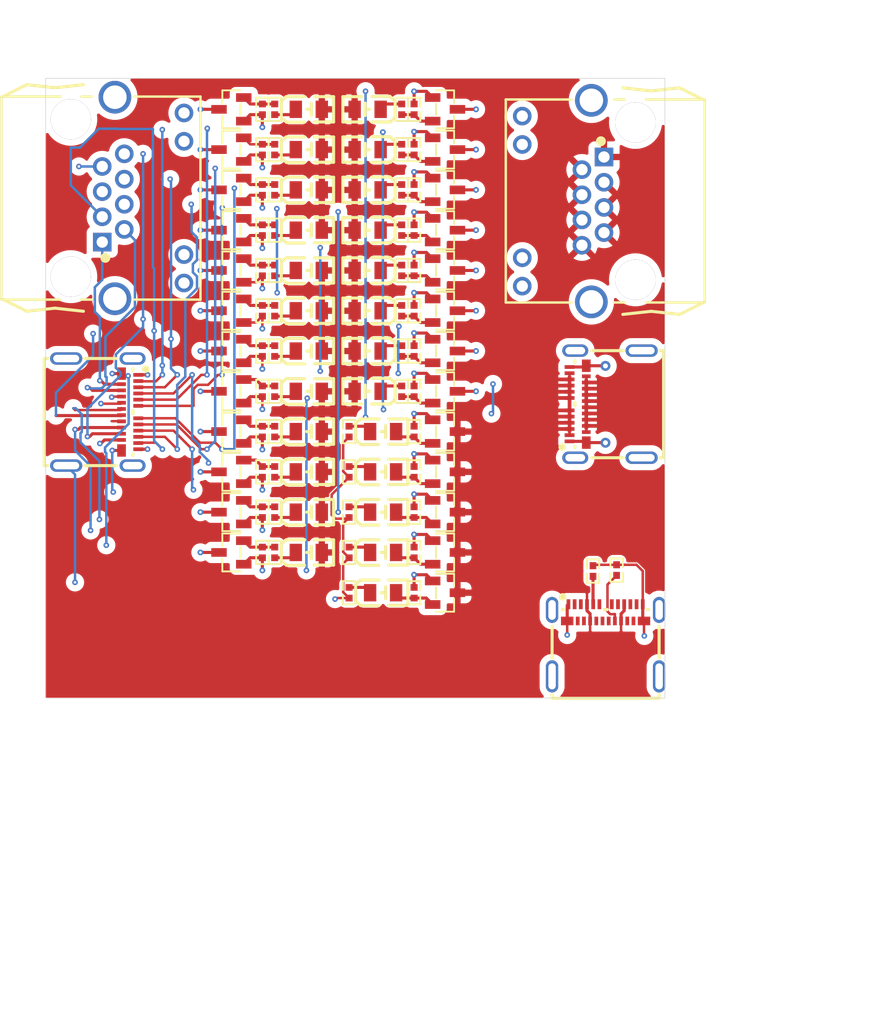
<source format=kicad_pcb>
(kicad_pcb (version 20221018) (generator pcbnew)
  (layers (0 "F.Cu" signal) (1 "In1.Cu" signal) (2 "In2.Cu" signal) (31 "B.Cu" signal) (34 "B.Paste" user) (35 "F.Paste" user) (36 "B.SilkS" user "B.Silkscreen") (37 "F.SilkS" user "F.Silkscreen") (38 "B.Mask" user) (39 "F.Mask" user) (44 "Edge.Cuts" user))
  (net 0 "")
  (net 1 "tester.d2[1].indicator.power_switch[PowerSwitch:virt]:5-tester.gnd[1].indicator.power_switch[PowerSw")
  (net 2 "tester.d1[1].indicator.power_switch[PowerSwitch:virt]:2-tester.pair4_tx2[0].indicator.led[PoweredLED")
  (net 3 "psu.configuration_resistors[1][Resistor:5.0KΩ]-psu.usb[USB_C_Receptacle:x]")
  (net 4 "tester.shield.indicator[LEDIndicator:virt]-tester.shield[PairTester:virt]:4-tester.shield.indicator.")
  (net 5 "tester.gnd[0].indicator.power_switch[PowerSwitch:virt]-tester.gnd[0][PairTester:virt]:4-tester.gnd[0")
  (net 6 "tester.pair3_tx1[0][PairTester:virt]:4-tester.pair3_tx1[0].indicator[LEDIndicator:virt]-tester.pair3")
  (net 7 "psu.usb[USB_C_Receptacle:x]-psu.configuration_resistors[0][Resistor:5.0KΩ]")
  (net 8 "tester.pair3_tx1[1].indicator[LEDIndicator:virt]-tester.pair3_tx1[1].indicator.power_switch[PowerSwi")
  (net 9 "tester.vbus[0].indicator.power_switch[PowerSwitch:virt]-tester.vbus[0].indicator[LEDIndicator:virt]-")
  (net 10 "tester.cc1[PairTester:virt]:4-tester.cc1.indicator.power_switch[PowerSwitch:virt]-tester.cc1.indicat")
  (net 11 "tester.d1[0].indicator.power_switch[PowerSwitch:virt]-tester.d1[0][PairTester:virt]:4-tester.d1[0].i")
  (net 12 "tester.d1[1].indicator.power_switch[PowerSwitch:virt]-tester.d1[1][PairTester:virt]:4-tester.d1[1].i")
  (net 13 "tester.sbu1.indicator[LEDIndicator:virt]-tester.sbu1[PairTester:virt]:4-tester.sbu1.indicator.power_")
  (net 14 "tester.vbus[1].indicator[LEDIndicator:virt]-tester.vbus[1][PairTester:virt]:4-tester.vbus[1].indicat")
  (net 15 "tester.pair2_rx2[1].indicator.power_switch[PowerSwitch:virt]-tester.pair2_rx2[1].indicator[LEDIndica")
  (net 16 "tester.pair2_rx2[0].indicator[LEDIndicator:virt]-tester.pair2_rx2[0].indicator.power_switch[PowerSwi")
  (net 17 "tester.gnd[1][PairTester:virt]:4-tester.gnd[1].indicator.power_switch[PowerSwitch:virt]-tester.gnd[1")
  (net 18 "tester.sbu1.indicator.power_switch[PowerSwitch:virt]:3-tester.sbu1.indicator.led[PoweredLED:virt]:2")
  (net 19 "tester.gnd[2][PairTester:virt]:4-tester.gnd[2].indicator[LEDIndicator:virt]-tester.gnd[2].indicator.")
  (net 20 "tester.pair4_tx2[0].indicator.power_switch[PowerSwitch:virt]-tester.pair4_tx2[0].indicator[LEDIndica")
  (net 21 "tester.pair4_tx2[1][PairTester:virt]:4-tester.pair4_tx2[1].indicator.power_switch[PowerSwitch:virt]-")
  (net 22 "tester.vbus[2][PairTester:virt]:4-tester.vbus[2].indicator[LEDIndicator:virt]-tester.vbus[2].indicat")
  (net 23 "tester.gnd[1].indicator.led[PoweredLED:virt]-tester.gnd[1].indicator.power_switch[PowerSwitch:virt]:")
  (net 24 "tester.cc2.indicator[LEDIndicator:virt]-tester.cc2[PairTester:virt]:4-tester.cc2.indicator.power_swi")
  (net 25 "tester.d2[0].indicator.power_switch[PowerSwitch:virt]-tester.d2[0].indicator[LEDIndicator:virt]-test")
  (net 26 "tester.d2[1][PairTester:virt]:4-tester.d2[1].indicator[LEDIndicator:virt]-tester.d2[1].indicator.pow")
  (net 27 "tester.sbu2[PairTester:virt]:4-tester.sbu2.indicator[LEDIndicator:virt]-tester.sbu2.indicator.power_")
  (net 28 "tester.vbus[3].indicator[LEDIndicator:virt]-tester.vbus[3].indicator.power_switch[PowerSwitch:virt]-")
  (net 29 "tester.pair1_rx1[1].indicator[LEDIndicator:virt]-tester.pair1_rx1[1].indicator.power_switch[PowerSwi")
  (net 30 "tester.pair1_rx1[0][PairTester:virt]:4-tester.pair1_rx1[0].indicator[LEDIndicator:virt]-tester.pair1")
  (net 31 "tester.shield.indicator.led[PoweredLED:virt]-tester.shield.indicator.power_switch[PowerSwitch:virt]:")
  (net 32 "tester.gnd[3][PairTester:virt]:4-tester.gnd[3].indicator[LEDIndicator:virt]-tester.gnd[3].indicator.")
  (net 33 "tester.pair4_tx2[0].indicator.power_switch[PowerSwitch:virt]:3-tester.pair4_tx2[0].indicator.led[Pow")
  (net 34 "tester.gnd[3].indicator.power_switch[PowerSwitch:virt]:2-tester.gnd[3].indicator.led[PoweredLED:virt")
  (net 35 "tester.gnd[0].indicator.power_switch[PowerSwitch:virt]:2-tester.gnd[0].indicator.led[PoweredLED:virt")
  (net 36 "tester.vbus[0].indicator.power_switch[PowerSwitch:virt]:3-tester.vbus[0].indicator.led[PoweredLED:vi")
  (net 37 "tester.sbu2.indicator.power_switch[PowerSwitch:virt]:3-tester.sbu2.indicator.led[PoweredLED:virt]:2")
  (net 38 "tester.d2[1].indicator.led[PoweredLED:virt]:2-tester.d2[1].indicator.power_switch[PowerSwitch:virt]:")
  (net 39 "tester.pair3_tx1[1].indicator.led[PoweredLED:virt]:2-tester.pair3_tx1[1].indicator.power_switch[Powe")
  (net 40 "tester.pair1_rx1[0].indicator.led[PoweredLED:virt]:2-tester.pair1_rx1[0].indicator.power_switch[Powe")
  (net 41 "tester.d2[0].indicator.led[PoweredLED:virt]:2-tester.d2[0].indicator.power_switch[PowerSwitch:virt]:")
  (net 42 "tester.d1[1].indicator.led[PoweredLED:virt]:2-tester.d1[1].indicator.power_switch[PowerSwitch:virt]:")
  (net 43 "tester.pair3_tx1[0].indicator.power_switch[PowerSwitch:virt]:3-tester.pair3_tx1[0].indicator.led[Pow")
  (net 44 "tester.d1[0].indicator.led[PoweredLED:virt]:2-tester.d1[0].indicator.power_switch[PowerSwitch:virt]:")
  (net 45 "tester.vbus[1].indicator.power_switch[PowerSwitch:virt]:3-tester.vbus[1].indicator.led[PoweredLED:vi")
  (net 46 "tester.pair4_tx2[1].indicator.led[PoweredLED:virt]:2-tester.pair4_tx2[1].indicator.power_switch[Powe")
  (net 47 "tester.gnd[2].indicator.led[PoweredLED:virt]-tester.gnd[2].indicator.power_switch[PowerSwitch:virt]:")
  (net 48 "tester.cc1.indicator.led[PoweredLED:virt]:2-tester.cc1.indicator.power_switch[PowerSwitch:virt]:3")
  (net 49 "tester.sbu2.indicator.led.led[LED:D]-tester.sbu2.indicator.led.current_limiting_resistor[Resistor:R]")
  (net 50 "tester.shield.indicator.led.current_limiting_resistor[Resistor:R]-tester.shield.indicator.led.led[LED:D]")
  (net 51 "tester.pair4_tx2[0].indicator.led.led[LED:D]-tester.pair4_tx2[0].indicator.led.current_limiting_resistor[Resistor:R]")
  (net 52 "tester.pair3_tx1[1].indicator.led.current_limiting_resistor[Resistor:R]-tester.pair3_tx1[1].indicator.led.led[LED:D]")
  (net 53 "tester.vbus[2].indicator.power_switch[PowerSwitch:virt]:3-tester.vbus[2].indicator.led[PoweredLED:vi")
  (net 54 "tester.cc2.indicator.led[PoweredLED:virt]:2-tester.cc2.indicator.power_switch[PowerSwitch:virt]:3")
  (net 55 "tester.pair2_rx2[1].indicator.led.led[LED:D]-tester.pair2_rx2[1].indicator.led.current_limiting_resistor[Resistor:R]")
  (net 56 "tester.pair2_rx2[1].indicator.led[PoweredLED:virt]:2-tester.pair2_rx2[1].indicator.power_switch[Powe")
  (net 57 "tester.sbu1.indicator.led.current_limiting_resistor[Resistor:R]-tester.sbu1.indicator.led.led[LED:D]")
  (net 58 "tester.gnd[2].indicator.led.led[LED:D]-tester.gnd[2].indicator.led.current_limiting_resistor[Resistor:R]")
  (net 59 "tester.pair1_rx1[1].indicator.power_switch[PowerSwitch:virt]:3-tester.pair1_rx1[1].indicator.led[Pow")
  (net 60 "tester.d2[1].indicator.led.led[LED:D]-tester.d2[1].indicator.led.current_limiting_resistor[Resistor:R]")
  (net 61 "tester.d2[0].indicator.led.led[LED:D]-tester.d2[0].indicator.led.current_limiting_resistor[Resistor:R]")
  (net 62 "tester.pair2_rx2[0].indicator.power_switch[PowerSwitch:virt]:3-tester.pair2_rx2[0].indicator.led[Pow")
  (net 63 "tester.d1[1].indicator.led.current_limiting_resistor[Resistor:R]-tester.d1[1].indicator.led.led[LED:D]")
  (net 64 "tester.cc2.indicator.led.led[LED:D]-tester.cc2.indicator.led.current_limiting_resistor[Resistor:R]")
  (net 65 "tester.cc1.indicator.led.current_limiting_resistor[Resistor:R]-tester.cc1.indicator.led.led[LED:D]")
  (net 66 "tester.pair1_rx1[1].indicator.led.led[LED:D]-tester.pair1_rx1[1].indicator.led.current_limiting_resistor[Resistor:R]")
  (net 67 "tester.pair3_tx1[0].indicator.led.current_limiting_resistor[Resistor:R]-tester.pair3_tx1[0].indicator.led.led[LED:D]")
  (net 68 "tester.gnd[3].indicator.led.current_limiting_resistor[Resistor:R]-tester.gnd[3].indicator.led.led[LED:D]")
  (net 69 "tester.pair4_tx2[1].indicator.led.led[LED:D]-tester.pair4_tx2[1].indicator.led.current_limiting_resistor[Resistor:R]")
  (net 70 "tester.vbus[0].indicator.led.current_limiting_resistor[Resistor:R]-tester.vbus[0].indicator.led.led[LED:D]")
  (net 71 "tester.vbus[3].indicator.power_switch[PowerSwitch:virt]:3-tester.vbus[3].indicator.led[PoweredLED:vi")
  (net 72 "tester.vbus[1].indicator.led.led[LED:D]-tester.vbus[1].indicator.led.current_limiting_resistor[Resistor:R]")
  (net 73 "tester.pair1_rx1[0].indicator.led.current_limiting_resistor[Resistor:R]-tester.pair1_rx1[0].indicator.led.led[LED:D]")
  (net 74 "tester.vbus[2].indicator.led.current_limiting_resistor[Resistor:R]-tester.vbus[2].indicator.led.led[LED:D]")
  (net 75 "tester.vbus[3].indicator.led.led[LED:D]-tester.vbus[3].indicator.led.current_limiting_resistor[Resistor:R]")
  (net 76 "tester.gnd[1].indicator.led.led[LED:D]-tester.gnd[1].indicator.led.current_limiting_resistor[Resistor:R]")
  (net 77 "tester.gnd[0].indicator.led.current_limiting_resistor[Resistor:R]-tester.gnd[0].indicator.led.led[LED:D]")
  (net 78 "tester.d1[0].indicator.led.current_limiting_resistor[Resistor:R]-tester.d1[0].indicator.led.led[LED:D]")
  (net 79 "tester.pair2_rx2[0].indicator.led.led[LED:D]-tester.pair2_rx2[0].indicator.led.current_limiting_resistor[Resistor:R]")
  (footprint "lcsc:LED0805-R-RD" (layer "F.Cu") (at 21.25 9)
    (fp_text reference "tester.d1[0].indicator.led.led[LED:D]")
    (fp_text value "D")
  )
  (footprint "lcsc:SOT-23-3_L2.9-W1.3-P1.90-LS2.4-BR" (layer "F.Cu") (at 15 35)
    (fp_text reference "tester.vbus[2].indicator.power_switch.mosfet[MOSFET:Q]")
    (fp_text value "Q")
  )
  (footprint "lcsc:LED0805-R-RD" (layer "F.Cu") (at 21.25 2.5)
    (fp_text reference "tester.cc1.indicator.led.led[LED:D]")
    (fp_text value "D")
  )
  (footprint "lcsc:LED0805-R-RD" (layer "F.Cu") (at 26 15.5 180)
    (fp_text reference "tester.pair1_rx1[1].indicator.led.led[LED:D]")
    (fp_text value "D")
  )
  (footprint "lcsc:R0402" (layer "F.Cu") (at 24.5 35 90)
    (fp_text reference "tester.gnd[2].indicator.led.current_limiting_resistor[Resistor:R]")
    (fp_text value "R")
  )
  (footprint "lcsc:LED0805-R-RD" (layer "F.Cu") (at 26 2.5 180)
    (fp_text reference "tester.cc2.indicator.led.led[LED:D]")
    (fp_text value "D")
  )
  (footprint "lcsc:R0402" (layer "F.Cu") (at 29.75 22 -90)
    (fp_text reference "tester.pair3_tx1[1].indicator.power_switch.pull_resistor[Resistor:R]")
    (fp_text value "R")
  )
  (footprint "lcsc:R0402" (layer "F.Cu") (at 18.5 12.25 -90)
    (fp_text reference "tester.d2[0].indicator.led.current_limiting_resistor[Resistor:R]")
    (fp_text value "R")
  )
  (footprint "lcsc:R0402" (layer "F.Cu") (at 28.75 12.25 90)
    (fp_text reference "tester.d2[1].indicator.led.current_limiting_resistor[Resistor:R]")
    (fp_text value "R")
  )
  (footprint "lcsc:R0402" (layer "F.Cu") (at 18.5 31.75 -90)
    (fp_text reference "tester.vbus[1].indicator.led.current_limiting_resistor[Resistor:R]")
    (fp_text value "R")
  )
  (footprint "lcsc:LED0805-R-RD" (layer "F.Cu") (at 27.25 35)
    (fp_text reference "tester.gnd[2].indicator.led.led[LED:D]")
    (fp_text value "D")
  )
  (footprint "lcsc:SOT-23-3_L2.9-W1.3-P1.90-LS2.4-BR" (layer "F.Cu") (at 15 28.5)
    (fp_text reference "tester.vbus[0].indicator.power_switch.mosfet[MOSFET:Q]")
    (fp_text value "Q")
  )
  (footprint "lcsc:SOT-23-3_L2.9-W1.3-P1.90-LS2.4-BR" (layer "F.Cu") (at 15 38.25)
    (fp_text reference "tester.vbus[3].indicator.power_switch.mosfet[MOSFET:Q]")
    (fp_text value "Q")
  )
  (footprint "lcsc:R0402" (layer "F.Cu") (at 17.5 28.5 90)
    (fp_text reference "tester.vbus[0].indicator.power_switch.pull_resistor[Resistor:R]")
    (fp_text value "R")
  )
  (footprint "lcsc:SOT-23-3_L2.9-W1.3-P1.90-LS2.4-BR" (layer "F.Cu") (at 32.25 9 180)
    (fp_text reference "tester.d1[1].indicator.power_switch.mosfet[MOSFET:Q]")
    (fp_text value "Q")
  )
  (footprint "lcsc:R0402" (layer "F.Cu") (at 29.75 2.5 -90)
    (fp_text reference "tester.cc2.indicator.power_switch.pull_resistor[Resistor:R]")
    (fp_text value "R")
  )
  (footprint "lcsc:R0402" (layer "F.Cu") (at 29.75 12.25 -90)
    (fp_text reference "tester.d2[1].indicator.power_switch.pull_resistor[Resistor:R]")
    (fp_text value "R")
  )
  (footprint "lcsc:LED0805-R-RD" (layer "F.Cu") (at 27.25 41.5)
    (fp_text reference "tester.shield.indicator.led.led[LED:D]")
    (fp_text value "D")
  )
  (footprint "lcsc:R0402" (layer "F.Cu") (at 17.5 12.25 90)
    (fp_text reference "tester.d2[0].indicator.power_switch.pull_resistor[Resistor:R]")
    (fp_text value "R")
  )
  (footprint "lcsc:R0402" (layer "F.Cu") (at 28.75 22 90)
    (fp_text reference "tester.pair3_tx1[1].indicator.led.current_limiting_resistor[Resistor:R]")
    (fp_text value "R")
  )
  (footprint "lcsc:SOT-23-3_L2.9-W1.3-P1.90-LS2.4-BR" (layer "F.Cu") (at 15 12.25)
    (fp_text reference "tester.d2[0].indicator.power_switch.mosfet[MOSFET:Q]")
    (fp_text value "Q")
  )
  (footprint "lcsc:LED0805-R-RD" (layer "F.Cu") (at 21.25 31.75)
    (fp_text reference "tester.vbus[1].indicator.led.led[LED:D]")
    (fp_text value "D")
  )
  (footprint "lcsc:USB-C-SMD_TYPE-C-USB-18" (layer "F.Cu") (at 45.212 45.339)
    (fp_text reference "psu.usb[USB_C_Receptacle:x]")
    (fp_text value "x")
  )
  (footprint "lcsc:LED0805-R-RD" (layer "F.Cu") (at 27.25 38.25)
    (fp_text reference "tester.gnd[3].indicator.led.led[LED:D]")
    (fp_text value "D")
  )
  (footprint "lcsc:R0402" (layer "F.Cu") (at 18.5 28.5 -90)
    (fp_text reference "tester.vbus[0].indicator.led.current_limiting_resistor[Resistor:R]")
    (fp_text value "R")
  )
  (footprint "lcsc:R0402" (layer "F.Cu") (at 17.5 25.25 90)
    (fp_text reference "tester.pair4_tx2[0].indicator.power_switch.pull_resistor[Resistor:R]")
    (fp_text value "R")
  )
  (footprint "lcsc:SOT-23-3_L2.9-W1.3-P1.90-LS2.4-BR" (layer "F.Cu") (at 32.25 18.75 180)
    (fp_text reference "tester.pair2_rx2[1].indicator.power_switch.mosfet[MOSFET:Q]")
    (fp_text value "Q")
  )
  (footprint "lcsc:R0402" (layer "F.Cu") (at 29.75 18.75 -90)
    (fp_text reference "tester.pair2_rx2[1].indicator.power_switch.pull_resistor[Resistor:R]")
    (fp_text value "R")
  )
  (footprint "lcsc:R0402" (layer "F.Cu") (at 28.75 5.75 90)
    (fp_text reference "tester.sbu2.indicator.led.current_limiting_resistor[Resistor:R]")
    (fp_text value "R")
  )
  (footprint "lcsc:LED0805-R-RD" (layer "F.Cu") (at 26 25.25 180)
    (fp_text reference "tester.pair4_tx2[1].indicator.led.led[LED:D]")
    (fp_text value "D")
  )
  (footprint "lcsc:R0402" (layer "F.Cu") (at 18.5 22 -90)
    (fp_text reference "tester.pair3_tx1[0].indicator.led.current_limiting_resistor[Resistor:R]")
    (fp_text value "R")
  )
  (footprint "lcsc:LED0805-R-RD" (layer "F.Cu") (at 21.25 28.5)
    (fp_text reference "tester.vbus[0].indicator.led.led[LED:D]")
    (fp_text value "D")
  )
  (footprint "lcsc:RJ45-TH_B-1-1" (layer "F.Cu") (at 7.874 9.652 -90)
    (fp_text reference "tester.rj45[1][RJ45_Receptacle:x]")
    (fp_text value "x")
  )
  (footprint "lcsc:R0402" (layer "F.Cu") (at 17.5 15.5 90)
    (fp_text reference "tester.pair1_rx1[0].indicator.power_switch.pull_resistor[Resistor:R]")
    (fp_text value "R")
  )
  (footprint "lcsc:R0402" (layer "F.Cu") (at 28.75 25.25 90)
    (fp_text reference "tester.pair4_tx2[1].indicator.led.current_limiting_resistor[Resistor:R]")
    (fp_text value "R")
  )
  (footprint "lcsc:LED0805-R-RD" (layer "F.Cu") (at 26 18.75 180)
    (fp_text reference "tester.pair2_rx2[1].indicator.led.led[LED:D]")
    (fp_text value "D")
  )
  (footprint "lcsc:R0402" (layer "F.Cu") (at 28.75 2.5 90)
    (fp_text reference "tester.cc2.indicator.led.current_limiting_resistor[Resistor:R]")
    (fp_text value "R")
  )
  (footprint "lcsc:R0402" (layer "F.Cu") (at 29.75 9 -90)
    (fp_text reference "tester.d1[1].indicator.power_switch.pull_resistor[Resistor:R]")
    (fp_text value "R")
  )
  (footprint "lcsc:R0402" (layer "F.Cu") (at 17.5 9 90)
    (fp_text reference "tester.d1[0].indicator.power_switch.pull_resistor[Resistor:R]")
    (fp_text value "R")
  )
  (footprint "lcsc:SOT-23-3_L2.9-W1.3-P1.90-LS2.4-BR" (layer "F.Cu") (at 15 15.5)
    (fp_text reference "tester.pair1_rx1[0].indicator.power_switch.mosfet[MOSFET:Q]")
    (fp_text value "Q")
  )
  (footprint "lcsc:SOT-23-3_L2.9-W1.3-P1.90-LS2.4-BR" (layer "F.Cu") (at 15 22)
    (fp_text reference "tester.pair3_tx1[0].indicator.power_switch.mosfet[MOSFET:Q]")
    (fp_text value "Q")
  )
  (footprint "lcsc:R0402" (layer "F.Cu") (at 29.75 31.75 -90)
    (fp_text reference "tester.gnd[1].indicator.power_switch.pull_resistor[Resistor:R]")
    (fp_text value "R")
  )
  (footprint "lcsc:SOT-23-3_L2.9-W1.3-P1.90-LS2.4-BR" (layer "F.Cu") (at 15 2.5)
    (fp_text reference "tester.cc1.indicator.power_switch.mosfet[MOSFET:Q]")
    (fp_text value "Q")
  )
  (footprint "lcsc:SOT-23-3_L2.9-W1.3-P1.90-LS2.4-BR" (layer "F.Cu") (at 32.25 12.25 180)
    (fp_text reference "tester.d2[1].indicator.power_switch.mosfet[MOSFET:Q]")
    (fp_text value "Q")
  )
  (footprint "lcsc:R0402" (layer "F.Cu") (at 29.75 5.75 -90)
    (fp_text reference "tester.sbu2.indicator.power_switch.pull_resistor[Resistor:R]")
    (fp_text value "R")
  )
  (footprint "lcsc:LED0805-R-RD" (layer "F.Cu") (at 26 9 180)
    (fp_text reference "tester.d1[1].indicator.led.led[LED:D]")
    (fp_text value "D")
  )
  (footprint "lcsc:R0402" (layer "F.Cu") (at 17.5 35 90)
    (fp_text reference "tester.vbus[2].indicator.power_switch.pull_resistor[Resistor:R]")
    (fp_text value "R")
  )
  (footprint "lcsc:R0402" (layer "F.Cu") (at 18.5 25.25 -90)
    (fp_text reference "tester.pair4_tx2[0].indicator.led.current_limiting_resistor[Resistor:R]")
    (fp_text value "R")
  )
  (footprint "lcsc:LED0805-R-RD" (layer "F.Cu") (at 21.25 22)
    (fp_text reference "tester.pair3_tx1[0].indicator.led.led[LED:D]")
    (fp_text value "D")
  )
  (footprint "lcsc:SOT-23-3_L2.9-W1.3-P1.90-LS2.4-BR" (layer "F.Cu") (at 15 31.75)
    (fp_text reference "tester.vbus[1].indicator.power_switch.mosfet[MOSFET:Q]")
    (fp_text value "Q")
  )
  (footprint "lcsc:SOT-23-3_L2.9-W1.3-P1.90-LS2.4-BR" (layer "F.Cu") (at 32.25 35 180)
    (fp_text reference "tester.gnd[2].indicator.power_switch.mosfet[MOSFET:Q]")
    (fp_text value "Q")
  )
  (footprint "lcsc:LED0805-R-RD" (layer "F.Cu") (at 21.25 12.25)
    (fp_text reference "tester.d2[0].indicator.led.led[LED:D]")
    (fp_text value "D")
  )
  (footprint "lcsc:LED0805-R-RD" (layer "F.Cu") (at 26 5.75 180)
    (fp_text reference "tester.sbu2.indicator.led.led[LED:D]")
    (fp_text value "D")
  )
  (footprint "lcsc:SOT-23-3_L2.9-W1.3-P1.90-LS2.4-BR" (layer "F.Cu") (at 32.25 25.25 180)
    (fp_text reference "tester.pair4_tx2[1].indicator.power_switch.mosfet[MOSFET:Q]")
    (fp_text value "Q")
  )
  (footprint "lcsc:R0402" (layer "F.Cu") (at 17.5 18.75 90)
    (fp_text reference "tester.pair2_rx2[0].indicator.power_switch.pull_resistor[Resistor:R]")
    (fp_text value "R")
  )
  (footprint "lcsc:SOT-23-3_L2.9-W1.3-P1.90-LS2.4-BR" (layer "F.Cu") (at 15 25.25)
    (fp_text reference "tester.pair4_tx2[0].indicator.power_switch.mosfet[MOSFET:Q]")
    (fp_text value "Q")
  )
  (footprint "lcsc:LED0805-R-RD" (layer "F.Cu") (at 21.25 15.5)
    (fp_text reference "tester.pair1_rx1[0].indicator.led.led[LED:D]")
    (fp_text value "D")
  )
  (footprint "lcsc:SOT-23-3_L2.9-W1.3-P1.90-LS2.4-BR" (layer "F.Cu") (at 15 5.75)
    (fp_text reference "tester.sbu1.indicator.power_switch.mosfet[MOSFET:Q]")
    (fp_text value "Q")
  )
  (footprint "lcsc:R0402" (layer "F.Cu") (at 17.5 2.5 90)
    (fp_text reference "tester.cc1.indicator.power_switch.pull_resistor[Resistor:R]")
    (fp_text value "R")
  )
  (footprint "lcsc:LED0805-R-RD" (layer "F.Cu") (at 21.25 35)
    (fp_text reference "tester.vbus[2].indicator.led.led[LED:D]")
    (fp_text value "D")
  )
  (footprint "lcsc:USB-C-SMD_TYPE-C-USB-18" (layer "F.Cu") (at 45.212 26.289 90)
    (fp_text reference "tester.usb_c[0][USB_C_Receptacle:x]")
    (fp_text value "x")
  )
  (footprint "lcsc:R0402" (layer "F.Cu") (at 28.75 18.75 90)
    (fp_text reference "tester.pair2_rx2[1].indicator.led.current_limiting_resistor[Resistor:R]")
    (fp_text value "R")
  )
  (footprint "lcsc:R0402" (layer "F.Cu") (at 18.5 18.75 -90)
    (fp_text reference "tester.pair2_rx2[0].indicator.led.current_limiting_resistor[Resistor:R]")
    (fp_text value "R")
  )
  (footprint "lcsc:SOT-23-3_L2.9-W1.3-P1.90-LS2.4-BR" (layer "F.Cu") (at 32.25 5.75 180)
    (fp_text reference "tester.sbu2.indicator.power_switch.mosfet[MOSFET:Q]")
    (fp_text value "Q")
  )
  (footprint "lcsc:SOT-23-3_L2.9-W1.3-P1.90-LS2.4-BR" (layer "F.Cu") (at 32.25 38.25 180)
    (fp_text reference "tester.gnd[3].indicator.power_switch.mosfet[MOSFET:Q]")
    (fp_text value "Q")
  )
  (footprint "lcsc:R0402" (layer "F.Cu") (at 18.5 9 -90)
    (fp_text reference "tester.d1[0].indicator.led.current_limiting_resistor[Resistor:R]")
    (fp_text value "R")
  )
  (footprint "lcsc:LED0805-R-RD" (layer "F.Cu") (at 26 12.25 180)
    (fp_text reference "tester.d2[1].indicator.led.led[LED:D]")
    (fp_text value "D")
  )
  (footprint "lcsc:SOT-23-3_L2.9-W1.3-P1.90-LS2.4-BR" (layer "F.Cu") (at 32.25 28.5 180)
    (fp_text reference "tester.gnd[0].indicator.power_switch.mosfet[MOSFET:Q]")
    (fp_text value "Q")
  )
  (footprint "lcsc:LED0805-R-RD" (layer "F.Cu") (at 27.25 28.5)
    (fp_text reference "tester.gnd[0].indicator.led.led[LED:D]")
    (fp_text value "D")
  )
  (footprint "lcsc:R0402" (layer "F.Cu") (at 24.5 28.5 90)
    (fp_text reference "tester.gnd[0].indicator.led.current_limiting_resistor[Resistor:R]")
    (fp_text value "R")
  )
  (footprint "lcsc:R0402" (layer "F.Cu") (at 18.5 5.75 -90)
    (fp_text reference "tester.sbu1.indicator.led.current_limiting_resistor[Resistor:R]")
    (fp_text value "R")
  )
  (footprint "lcsc:R0402" (layer "F.Cu") (at 28.75 9 90)
    (fp_text reference "tester.d1[1].indicator.led.current_limiting_resistor[Resistor:R]")
    (fp_text value "R")
  )
  (footprint "lcsc:LED0805-R-RD" (layer "F.Cu") (at 27.25 31.75)
    (fp_text reference "tester.gnd[1].indicator.led.led[LED:D]")
    (fp_text value "D")
  )
  (footprint "lcsc:SOT-23-3_L2.9-W1.3-P1.90-LS2.4-BR" (layer "F.Cu") (at 32.25 22 180)
    (fp_text reference "tester.pair3_tx1[1].indicator.power_switch.mosfet[MOSFET:Q]")
    (fp_text value "Q")
  )
  (footprint "lcsc:R0402" (layer "F.Cu") (at 17.5 5.75 90)
    (fp_text reference "tester.sbu1.indicator.power_switch.pull_resistor[Resistor:R]")
    (fp_text value "R")
  )
  (footprint "lcsc:LED0805-R-RD" (layer "F.Cu") (at 21.25 25.25)
    (fp_text reference "tester.pair4_tx2[0].indicator.led.led[LED:D]")
    (fp_text value "D")
  )
  (footprint "lcsc:LED0805-R-RD" (layer "F.Cu") (at 21.25 5.75)
    (fp_text reference "tester.sbu1.indicator.led.led[LED:D]")
    (fp_text value "D")
  )
  (footprint "lcsc:R0402" (layer "F.Cu") (at 29.75 38.25 -90)
    (fp_text reference "tester.gnd[3].indicator.power_switch.pull_resistor[Resistor:R]")
    (fp_text value "R")
  )
  (footprint "lcsc:R0402" (layer "F.Cu") (at 29.75 41.5 -90)
    (fp_text reference "tester.shield.indicator.power_switch.pull_resistor[Resistor:R]")
    (fp_text value "R")
  )
  (footprint "lcsc:R0402" (layer "F.Cu") (at 18.5 38.25 -90)
    (fp_text reference "tester.vbus[3].indicator.led.current_limiting_resistor[Resistor:R]")
    (fp_text value "R")
  )
  (footprint "lcsc:SOT-23-3_L2.9-W1.3-P1.90-LS2.4-BR" (layer "F.Cu") (at 32.25 15.5 180)
    (fp_text reference "tester.pair1_rx1[1].indicator.power_switch.mosfet[MOSFET:Q]")
    (fp_text value "Q")
  )
  (footprint "lcsc:R0402" (layer "F.Cu") (at 29.75 25.25 -90)
    (fp_text reference "tester.pair4_tx2[1].indicator.power_switch.pull_resistor[Resistor:R]")
    (fp_text value "R")
  )
  (footprint "lcsc:USB-C-SMD_TYPE-C-USB-18" (layer "F.Cu") (at 4.572 26.924 -90)
    (fp_text reference "tester.usb_c[1][USB_C_Receptacle:x]")
    (fp_text value "x")
  )
  (footprint "lcsc:SOT-23-3_L2.9-W1.3-P1.90-LS2.4-BR" (layer "F.Cu") (at 15 9)
    (fp_text reference "tester.d1[0].indicator.power_switch.mosfet[MOSFET:Q]")
    (fp_text value "Q")
  )
  (footprint "lcsc:SOT-23-3_L2.9-W1.3-P1.90-LS2.4-BR" (layer "F.Cu") (at 32.25 2.5 180)
    (fp_text reference "tester.cc2.indicator.power_switch.mosfet[MOSFET:Q]")
    (fp_text value "Q")
  )
  (footprint "lcsc:R0402" (layer "F.Cu") (at 24.5 31.75 90)
    (fp_text reference "tester.gnd[1].indicator.led.current_limiting_resistor[Resistor:R]")
    (fp_text value "R")
  )
  (footprint "lcsc:R0402" (layer "F.Cu") (at 18.5 35 -90)
    (fp_text reference "tester.vbus[2].indicator.led.current_limiting_resistor[Resistor:R]")
    (fp_text value "R")
  )
  (footprint "lcsc:R0402" (layer "F.Cu") (at 18.5 2.5 -90)
    (fp_text reference "tester.cc1.indicator.led.current_limiting_resistor[Resistor:R]")
    (fp_text value "R")
  )
  (footprint "lcsc:R0402" (layer "F.Cu") (at 17.5 31.75 90)
    (fp_text reference "tester.vbus[1].indicator.power_switch.pull_resistor[Resistor:R]")
    (fp_text value "R")
  )
  (footprint "lcsc:RJ45-TH_B-1-1" (layer "F.Cu") (at 41.783 9.906 90)
    (fp_text reference "tester.rj45[0][RJ45_Receptacle:x]")
    (fp_text value "x")
  )
  (footprint "lcsc:SOT-23-3_L2.9-W1.3-P1.90-LS2.4-BR" (layer "F.Cu") (at 32.25 41.5 180)
    (fp_text reference "tester.shield.indicator.power_switch.mosfet[MOSFET:Q]")
    (fp_text value "Q")
  )
  (footprint "lcsc:SOT-23-3_L2.9-W1.3-P1.90-LS2.4-BR" (layer "F.Cu") (at 15 18.75)
    (fp_text reference "tester.pair2_rx2[0].indicator.power_switch.mosfet[MOSFET:Q]")
    (fp_text value "Q")
  )
  (footprint "lcsc:R0402" (layer "F.Cu") (at 29.75 15.5 -90)
    (fp_text reference "tester.pair1_rx1[1].indicator.power_switch.pull_resistor[Resistor:R]")
    (fp_text value "R")
  )
  (footprint "lcsc:R0402" (layer "F.Cu") (at 17.5 38.25 90)
    (fp_text reference "tester.vbus[3].indicator.power_switch.pull_resistor[Resistor:R]")
    (fp_text value "R")
  )
  (footprint "lcsc:R0402" (layer "F.Cu") (at 24.5 38.25 90)
    (fp_text reference "tester.gnd[3].indicator.led.current_limiting_resistor[Resistor:R]")
    (fp_text value "R")
  )
  (footprint "lcsc:R0402" (layer "F.Cu") (at 44.196 39.751 90)
    (fp_text reference "psu.configuration_resistors[0][Resistor:5.0KΩ]")
    (fp_text value "5.0KΩ")
  )
  (footprint "lcsc:R0402" (layer "F.Cu") (at 24.5 41.5 90)
    (fp_text reference "tester.shield.indicator.led.current_limiting_resistor[Resistor:R]")
    (fp_text value "R")
  )
  (footprint "lcsc:LED0805-R-RD" (layer "F.Cu") (at 26 22 180)
    (fp_text reference "tester.pair3_tx1[1].indicator.led.led[LED:D]")
    (fp_text value "D")
  )
  (footprint "lcsc:LED0805-R-RD" (layer "F.Cu") (at 21.25 38.25)
    (fp_text reference "tester.vbus[3].indicator.led.led[LED:D]")
    (fp_text value "D")
  )
  (footprint "lcsc:LED0805-R-RD" (layer "F.Cu") (at 21.25 18.75)
    (fp_text reference "tester.pair2_rx2[0].indicator.led.led[LED:D]")
    (fp_text value "D")
  )
  (footprint "lcsc:R0402" (layer "F.Cu") (at 46.101 39.6748 90)
    (fp_text reference "psu.configuration_resistors[1][Resistor:5.0KΩ]")
    (fp_text value "5.0KΩ")
  )
  (footprint "lcsc:R0402" (layer "F.Cu") (at 17.5 22 90)
    (fp_text reference "tester.pair3_tx1[0].indicator.power_switch.pull_resistor[Resistor:R]")
    (fp_text value "R")
  )
  (footprint "lcsc:R0402" (layer "F.Cu") (at 29.75 28.5 -90)
    (fp_text reference "tester.gnd[0].indicator.power_switch.pull_resistor[Resistor:R]")
    (fp_text value "R")
  )
  (footprint "lcsc:R0402" (layer "F.Cu") (at 28.75 15.5 90)
    (fp_text reference "tester.pair1_rx1[1].indicator.led.current_limiting_resistor[Resistor:R]")
    (fp_text value "R")
  )
  (footprint "lcsc:R0402" (layer "F.Cu") (at 29.75 35 -90)
    (fp_text reference "tester.gnd[2].indicator.power_switch.pull_resistor[Resistor:R]")
    (fp_text value "R")
  )
  (footprint "lcsc:R0402" (layer "F.Cu") (at 18.5 15.5 -90)
    (fp_text reference "tester.pair1_rx1[0].indicator.led.current_limiting_resistor[Resistor:R]")
    (fp_text value "R")
  )
  (footprint "lcsc:SOT-23-3_L2.9-W1.3-P1.90-LS2.4-BR" (layer "F.Cu") (at 32.25 31.75 180)
    (fp_text reference "tester.gnd[1].indicator.power_switch.mosfet[MOSFET:Q]")
    (fp_text value "Q")
  )
  (gr_line (start 0 0) (end 0 50) (stroke (width 0.05)) (layer "Edge.Cuts"))
  (gr_line (start 50 50) (end 50 0) (stroke (width 0.05)) (layer "Edge.Cuts"))
  (gr_line (start 0 50) (end 50 50) (stroke (width 0.05)) (layer "Edge.Cuts"))
  (gr_line (start 50 0) (end 0 0) (stroke (width 0.05)) (layer "Edge.Cuts"))
  (segment (start 12.5 5.75) (end 14 5.75) (width 0.25) (layer "F.Cu") (net 1))
  (segment (start 48.212 42.429) (end 48.212 43.679) (width 0.25) (layer "F.Cu") (net 1))
  (segment (start 12.5 9) (end 14 9) (width 0.25) (layer "F.Cu") (net 1))
  (segment (start 12.5 25.25) (end 14 25.25) (width 0.25) (layer "F.Cu") (net 1))
  (segment (start 23.4496 41.93) (end 23.368 42.0116) (width 0.2) (layer "F.Cu") (net 1))
  (segment (start 34.75 9) (end 33.25 9) (width 0.25) (layer "F.Cu") (net 1))
  (segment (start 24.0261 35.9039) (end 24.0261 38.2061) (width 0.2) (layer "F.Cu") (net 1))
  (segment (start 45.189 29.389) (end 45.2 29.4) (width 0.25) (layer "F.Cu") (net 1))
  (segment (start 23.097 35.218663) (end 23.404537 35.5262) (width 0.2) (layer "F.Cu") (net 1))
  (segment (start 48.312 43.779) (end 48.312 44.9592) (width 0.2) (layer "F.Cu") (net 1))
  (segment (start 24.5 28.93) (end 24.0261 29.4039) (width 0.2) (layer "F.Cu") (net 1))
  (segment (start 43.652 23.189) (end 45.189 23.189) (width 0.25) (layer "F.Cu") (net 1))
  (segment (start 43.552 29.289) (end 43.652 29.389) (width 0.25) (layer "F.Cu") (net 1))
  (segment (start 34.75 18.75) (end 33.25 18.75) (width 0.25) (layer "F.Cu") (net 1))
  (segment (start 24.0261 39.1539) (end 24.0261 41.4561) (width 0.2) (layer "F.Cu") (net 1))
  (segment (start 48.212 39.7538) (end 48.212 42.429) (width 0.2) (layer "F.Cu") (net 1))
  (segment (start 34.75 5.75) (end 33.25 5.75) (width 0.25) (layer "F.Cu") (net 1))
  (segment (start 42.302 29.289) (end 43.552 29.289) (width 0.25) (layer "F.Cu") (net 1))
  (segment (start 12.5 28.5) (end 14 28.5) (width 0.25) (layer "F.Cu") (net 1))
  (segment (start 12.5 18.75) (end 14 18.75) (width 0.25) (layer "F.Cu") (net 1))
  (segment (start 12.5 22) (end 14 22) (width 0.25) (layer "F.Cu") (net 1))
  (segment (start 24.4038 35.5262) (end 24.5 35.43) (width 0.2) (layer "F.Cu") (net 1))
  (segment (start 23.097 33.583) (end 23.097 35.218663) (width 0.2) (layer "F.Cu") (net 1))
  (segment (start 12.5 15.5) (end 14 15.5) (width 0.25) (layer "F.Cu") (net 1))
  (segment (start 45.189 23.189) (end 45.2 23.2) (width 0.25) (layer "F.Cu") (net 1))
  (segment (start 46.101 39.2448) (end 44.2722 39.2448) (width 0.2) (layer "F.Cu") (net 1))
  (segment (start 24.0261 29.4039) (end 24.0261 31.7061) (width 0.2) (layer "F.Cu") (net 1))
  (segment (start 23.404537 35.5262) (end 24.4038 35.5262) (width 0.2) (layer "F.Cu") (net 1))
  (segment (start 46.101 39.2448) (end 47.703 39.2448) (width 0.2) (layer "F.Cu") (net 1))
  (segment (start 24.5 41.93) (end 23.4496 41.93) (width 0.2) (layer "F.Cu") (net 1))
  (segment (start 24.0261 38.2061) (end 24.5 38.68) (width 0.2) (layer "F.Cu") (net 1))
  (segment (start 34.75 25.25) (end 33.25 25.25) (width 0.25) (layer "F.Cu") (net 1))
  (segment (start 43.652 29.389) (end 45.189 29.389) (width 0.25) (layer "F.Cu") (net 1))
  (segment (start 34.75 12.25) (end 33.25 12.25) (width 0.25) (layer "F.Cu") (net 1))
  (segment (start 42.112 43.779) (end 42.112 42.529) (width 0.25) (layer "F.Cu") (net 1))
  (segment (start 42.112 44.906) (end 42.1132 44.9072) (width 0.2) (layer "F.Cu") (net 1))
  (segment (start 48.312 44.9592) (end 48.3362 44.9834) (width 0.2) (layer "F.Cu") (net 1))
  (segment (start 12.5 12.25) (end 14 12.25) (width 0.25) (layer "F.Cu") (net 1))
  (segment (start 12.5 2.5) (end 14 2.5) (width 0.25) (layer "F.Cu") (net 1))
  (segment (start 34.75 15.5) (end 33.25 15.5) (width 0.25) (layer "F.Cu") (net 1))
  (segment (start 24.0261 41.4561) (end 24.5 41.93) (width 0.2) (layer "F.Cu") (net 1))
  (segment (start 24.0261 31.7061) (end 24.5 32.18) (width 0.2) (layer "F.Cu") (net 1))
  (segment (start 24.5 38.68) (end 24.0261 39.1539) (width 0.2) (layer "F.Cu") (net 1))
  (segment (start 34.75 22) (end 33.25 22) (width 0.25) (layer "F.Cu") (net 1))
  (segment (start 43.552 23.289) (end 43.652 23.189) (width 0.25) (layer "F.Cu") (net 1))
  (segment (start 12.5 31.75) (end 14 31.75) (width 0.25) (layer "F.Cu") (net 1))
  (segment (start 24.5 32.18) (end 23.097 33.583) (width 0.2) (layer "F.Cu") (net 1))
  (segment (start 12.5 35) (end 14 35) (width 0.25) (layer "F.Cu") (net 1))
  (segment (start 42.112 42.529) (end 42.212 42.429) (width 0.25) (layer "F.Cu") (net 1))
  (segment (start 34.75 2.5) (end 33.25 2.5) (width 0.25) (layer "F.Cu") (net 1))
  (segment (start 12.5 38.25) (end 14 38.25) (width 0.25) (layer "F.Cu") (net 1))
  (segment (start 48.212 43.679) (end 48.312 43.779) (width 0.25) (layer "F.Cu") (net 1))
  (segment (start 42.112 43.779) (end 42.112 44.906) (width 0.2) (layer "F.Cu") (net 1))
  (segment (start 42.302 23.289) (end 43.552 23.289) (width 0.25) (layer "F.Cu") (net 1))
  (segment (start 44.2722 39.2448) (end 44.196 39.321) (width 0.2) (layer "F.Cu") (net 1))
  (segment (start 24.5 35.43) (end 24.0261 35.9039) (width 0.2) (layer "F.Cu") (net 1))
  (segment (start 47.703 39.2448) (end 48.212 39.7538) (width 0.2) (layer "F.Cu") (net 1))
  (via (at 23.368 42.0116) (size 0.45) (drill 0.2) (layers "F.Cu" "B.Cu") (net 1))
  (via (at 42.1132 44.9072) (size 0.45) (drill 0.2) (layers "F.Cu" "B.Cu") (net 1))
  (via (at 12.5 35) (size 0.45) (drill 0.2) (layers "F.Cu" "B.Cu") (net 1))
  (via (at 12.5 2.5) (size 0.46) (drill 0.2) (layers "F.Cu" "B.Cu") (net 1))
  (via (at 12.5 38.25) (size 0.46) (drill 0.2) (layers "F.Cu" "B.Cu") (net 1))
  (via (at 12.5 18.75) (size 0.46) (drill 0.2) (layers "F.Cu" "B.Cu") (net 1))
  (via (at 12.5 9) (size 0.45) (drill 0.2) (layers "F.Cu" "B.Cu") (net 1))
  (via (at 34.75 2.5) (size 0.45) (drill 0.2) (layers "F.Cu" "B.Cu") (net 1))
  (via (at 12.5 5.75) (size 0.46) (drill 0.2) (layers "F.Cu" "B.Cu") (net 1))
  (via (at 34.75 18.75) (size 0.46) (drill 0.2) (layers "F.Cu" "B.Cu") (net 1))
  (via (at 34.75 15.5) (size 0.46) (drill 0.2) (layers "F.Cu" "B.Cu") (net 1))
  (via (at 34.75 12.25) (size 0.46) (drill 0.2) (layers "F.Cu" "B.Cu") (net 1))
  (via (at 12.5 35) (size 0.46) (drill 0.2) (layers "F.Cu" "B.Cu") (net 1))
  (via (at 12.5 28.5) (size 0.45) (drill 0.2) (layers "F.Cu" "B.Cu") (net 1))
  (via (at 48.3362 44.9834) (size 0.45) (drill 0.2) (layers "F.Cu" "B.Cu") (net 1))
  (via (at 12.5 15.5) (size 0.46) (drill 0.2) (layers "F.Cu" "B.Cu") (net 1))
  (via (at 12.5 5.75) (size 0.45) (drill 0.2) (layers "F.Cu" "B.Cu") (net 1))
  (via (at 12.5 25.25) (size 0.46) (drill 0.2) (layers "F.Cu" "B.Cu") (net 1))
  (via (at 34.75 2.5) (size 0.46) (drill 0.2) (layers "F.Cu" "B.Cu") (net 1))
  (via (at 12.5 31.75) (size 0.46) (drill 0.2) (layers "F.Cu" "B.Cu") (net 1))
  (via (at 12.5 22) (size 0.46) (drill 0.2) (layers "F.Cu" "B.Cu") (net 1))
  (via (at 12.5 15.5) (size 0.45) (drill 0.2) (layers "F.Cu" "B.Cu") (net 1))
  (via (at 12.5 2.5) (size 0.45) (drill 0.2) (layers "F.Cu" "B.Cu") (net 1))
  (via (at 12.5 22) (size 0.45) (drill 0.2) (layers "F.Cu" "B.Cu") (net 1))
  (via (at 34.75 5.75) (size 0.46) (drill 0.2) (layers "F.Cu" "B.Cu") (net 1))
  (via (at 12.5 18.75) (size 0.45) (drill 0.2) (layers "F.Cu" "B.Cu") (net 1))
  (via (at 34.75 25.25) (size 0.45) (drill 0.2) (layers "F.Cu" "B.Cu") (net 1))
  (via (at 34.75 22) (size 0.45) (drill 0.2) (layers "F.Cu" "B.Cu") (net 1))
  (via (at 34.75 22) (size 0.46) (drill 0.2) (layers "F.Cu" "B.Cu") (net 1))
  (via (at 34.75 9) (size 0.46) (drill 0.2) (layers "F.Cu" "B.Cu") (net 1))
  (via (at 34.75 18.75) (size 0.45) (drill 0.2) (layers "F.Cu" "B.Cu") (net 1))
  (via (at 12.5 25.25) (size 0.45) (drill 0.2) (layers "F.Cu" "B.Cu") (net 1))
  (via (at 45.2 29.4) (size 0.8) (drill 0.4) (layers "F.Cu" "B.Cu") (net 1))
  (via (at 12.5 12.25) (size 0.45) (drill 0.2) (layers "F.Cu" "B.Cu") (net 1))
  (via (at 34.75 9) (size 0.45) (drill 0.2) (layers "F.Cu" "B.Cu") (net 1))
  (via (at 34.75 15.5) (size 0.45) (drill 0.2) (layers "F.Cu" "B.Cu") (net 1))
  (via (at 34.75 5.75) (size 0.45) (drill 0.2) (layers "F.Cu" "B.Cu") (net 1))
  (via (at 12.5 28.5) (size 0.46) (drill 0.2) (layers "F.Cu" "B.Cu") (net 1))
  (via (at 12.5 9) (size 0.46) (drill 0.2) (layers "F.Cu" "B.Cu") (net 1))
  (via (at 34.75 25.25) (size 0.46) (drill 0.2) (layers "F.Cu" "B.Cu") (net 1))
  (via (at 12.5 31.75) (size 0.45) (drill 0.2) (layers "F.Cu" "B.Cu") (net 1))
  (via (at 12.5 38.25) (size 0.45) (drill 0.2) (layers "F.Cu" "B.Cu") (net 1))
  (via (at 12.5 12.25) (size 0.46) (drill 0.2) (layers "F.Cu" "B.Cu") (net 1))
  (via (at 34.75 12.25) (size 0.45) (drill 0.2) (layers "F.Cu" "B.Cu") (net 1))
  (via (at 45.2 23.2) (size 0.8) (drill 0.4) (layers "F.Cu" "B.Cu") (net 1))
  (segment (start 46.462 43.779) (end 46.462 43.2) (width 0.25) (layer "F.Cu") (net 2))
  (segment (start 46.462 43.779) (end 46.462 44.7856) (width 0.2) (layer "F.Cu") (net 2))
  (segment (start 43.712 42.951) (end 43.712 42.429) (width 0.25) (layer "F.Cu") (net 2))
  (segment (start 43.962 43.201) (end 43.712 42.951) (width 0.25) (layer "F.Cu") (net 2))
  (segment (start 43.652 24.039) (end 43.652 24.539) (width 0.2) (layer "F.Cu") (net 2))
  (segment (start 43.962 43.779) (end 43.962 43.201) (width 0.25) (layer "F.Cu") (net 2))
  (segment (start 43.652 28.539) (end 43.652 28.039) (width 0.2) (layer "F.Cu") (net 2))
  (segment (start 42.302 24.289) (end 42.302 23.789) (width 0.2) (layer "F.Cu") (net 2))
  (segment (start 42.302 28.289) (end 42.302 28.789) (width 0.2) (layer "F.Cu") (net 2))
  (segment (start 43.962 43.779) (end 43.962 44.851) (width 0.2) (layer "F.Cu") (net 2))
  (segment (start 43.712 42.429) (end 43.712 41.402) (width 0.2) (layer "F.Cu") (net 2))
  (segment (start 46.462 43.2) (end 46.712 42.95) (width 0.25) (layer "F.Cu") (net 2))
  (segment (start 46.712 42.95) (end 46.712 42.429) (width 0.25) (layer "F.Cu") (net 2))
  (segment (start 45.962 43.229) (end 45.5842 43.229) (width 0.2) (layer "F.Cu") (net 3))
  (segment (start 45.3644 40.8414) (end 46.101 40.1048) (width 0.2) (layer "F.Cu") (net 3))
  (segment (start 45.5842 43.229) (end 45.3644 43.0092) (width 0.2) (layer "F.Cu") (net 3))
  (segment (start 45.3644 43.0092) (end 45.3644 40.8414) (width 0.2) (layer "F.Cu") (net 3))
  (segment (start 45.962 43.779) (end 45.962 43.229) (width 0.2) (layer "F.Cu") (net 3))
  (segment (start 30.75 40.05) (end 31.25 40.55) (width 0.25) (layer "F.Cu") (net 4))
  (segment (start 29.75 40.05) (end 29.75 41.07) (width 0.25) (layer "F.Cu") (net 4))
  (segment (start 29.75 40.05) (end 30.75 40.05) (width 0.25) (layer "F.Cu") (net 4))
  (segment (start 6.722 30.944) (end 7.022 31.244) (width 0.25) (layer "F.Cu") (net 4))
  (via (at 29.75 40.05) (size 0.46) (drill 0.2) (layers "F.Cu" "B.Cu") (net 4))
  (via (at 2.37609 40.662587) (size 0.45) (drill 0.2) (layers "F.Cu" "B.Cu") (net 4))
  (via (at 29.75 40.05) (size 0.45) (drill 0.2) (layers "F.Cu" "B.Cu") (net 4))
  (segment (start 2.37609 31.95809) (end 2.37609 40.662587) (width 0.2) (layer "B.Cu") (net 4))
  (segment (start 1.662 31.244) (end 2.37609 31.95809) (width 0.2) (layer "B.Cu") (net 4))
  (segment (start 29.75 27.05) (end 29.75 28.07) (width 0.25) (layer "F.Cu") (net 5))
  (segment (start 29.75 27.05) (end 30.75 27.05) (width 0.25) (layer "F.Cu") (net 5))
  (segment (start 30.75 27.05) (end 31.25 27.55) (width 0.25) (layer "F.Cu") (net 5))
  (segment (start 7.486 23.92) (end 7.482 23.924) (width 0.25) (layer "F.Cu") (net 5))
  (segment (start 8.23 23.92) (end 7.486 23.92) (width 0.25) (layer "F.Cu") (net 5))
  (via (at 8.23 23.92) (size 0.45) (drill 0.2) (layers "F.Cu" "B.Cu") (net 5))
  (via (at 35.9918 27.051) (size 0.45) (drill 0.2) (layers "F.Cu" "B.Cu") (net 5))
  (via (at 29.75 27.05) (size 0.46) (drill 0.2) (layers "F.Cu" "B.Cu") (net 5))
  (via (at 29.75 27.05) (size 0.45) (drill 0.2) (layers "F.Cu" "B.Cu") (net 5))
  (via (at 36.1188 24.6634) (size 0.45) (drill 0.2) (layers "F.Cu" "B.Cu") (net 5))
  (segment (start 35.9918 27.051) (end 36.1188 26.924) (width 0.2) (layer "B.Cu") (net 5))
  (segment (start 36.1188 26.924) (end 36.1188 24.6634) (width 0.2) (layer "B.Cu") (net 5))
  (segment (start 16.52 22.43) (end 16 22.95) (width 0.25) (layer "F.Cu") (net 6))
  (segment (start 7.503 24.445) (end 7.482 24.424) (width 0.2) (layer "F.Cu") (net 6))
  (segment (start 9.43 23.92) (end 8.905 24.445) (width 0.2) (layer "F.Cu") (net 6))
  (segment (start 17.5 22.43) (end 16.52 22.43) (width 0.25) (layer "F.Cu") (net 6))
  (segment (start 17.5 22.43) (end 17.5 23.45) (width 0.2) (layer "F.Cu") (net 6))
  (segment (start 8.905 24.445) (end 7.503 24.445) (width 0.2) (layer "F.Cu") (net 6))
  (via (at 9.4234 23.1648) (size 0.45) (drill 0.2) (layers "F.Cu" "B.Cu") (net 6))
  (via (at 17.5 23.45) (size 0.45) (drill 0.2) (layers "F.Cu" "B.Cu") (net 6))
  (via (at 17.5 23.45) (size 0.46) (drill 0.2) (layers "F.Cu" "B.Cu") (net 6))
  (via (at 9.43 23.92) (size 0.45) (drill 0.2) (layers "F.Cu" "B.Cu") (net 6))
  (via (at 9.4234 4.1402) (size 0.45) (drill 0.2) (layers "F.Cu" "B.Cu") (net 6))
  (segment (start 9.4234 4.1402) (end 9.4234 4.0894) (width 0.2) (layer "B.Cu") (net 6))
  (segment (start 9.4234 4.0894) (end 9.43 4.0828) (width 0.2) (layer "B.Cu") (net 6))
  (segment (start 9.43 23.92) (end 9.4234 4.1402) (width 0.2) (layer "B.Cu") (net 6))
  (segment (start 44.196 42.413) (end 44.212 42.429) (width 0.25) (layer "F.Cu") (net 7))
  (segment (start 44.196 40.181) (end 44.196 42.413) (width 0.25) (layer "F.Cu") (net 7))
  (segment (start 29.75 20.55) (end 30.75 20.55) (width 0.25) (layer "F.Cu") (net 8))
  (segment (start 30.75 20.55) (end 31.25 21.05) (width 0.25) (layer "F.Cu") (net 8))
  (segment (start 29.75 20.55) (end 29.75 21.57) (width 0.25) (layer "F.Cu") (net 8))
  (segment (start 10.63 23.92) (end 9.626 24.924) (width 0.2) (layer "F.Cu") (net 8))
  (segment (start 9.626 24.924) (end 7.482 24.924) (width 0.2) (layer "F.Cu") (net 8))
  (via (at 29.75 20.55) (size 0.45) (drill 0.2) (layers "F.Cu" "B.Cu") (net 8))
  (via (at 10.0544 8.132) (size 0.45) (drill 0.2) (layers "F.Cu" "B.Cu") (net 8))
  (via (at 10.63 23.92) (size 0.45) (drill 0.2) (layers "F.Cu" "B.Cu") (net 8))
  (via (at 29.75 20.55) (size 0.46) (drill 0.2) (layers "F.Cu" "B.Cu") (net 8))
  (via (at 10.124 21.0312) (size 0.45) (drill 0.2) (layers "F.Cu" "B.Cu") (net 8))
  (segment (start 10.124 21.0312) (end 10.124 8.1682) (width 0.2) (layer "B.Cu") (net 8))
  (segment (start 10.63 23.92) (end 10.124 23.414) (width 0.2) (layer "B.Cu") (net 8))
  (segment (start 10.124 23.414) (end 10.124 21.0312) (width 0.2) (layer "B.Cu") (net 8))
  (segment (start 17.5 28.93) (end 16.52 28.93) (width 0.25) (layer "F.Cu") (net 9))
  (segment (start 10.326 25.424) (end 7.482 25.424) (width 0.2) (layer "F.Cu") (net 9))
  (segment (start 17.5 29.95) (end 17.5 28.93) (width 0.25) (layer "F.Cu") (net 9))
  (segment (start 11.83 23.92) (end 10.326 25.424) (width 0.2) (layer "F.Cu") (net 9))
  (segment (start 16.52 28.93) (end 16 29.45) (width 0.25) (layer "F.Cu") (net 9))
  (via (at 17.5 29.95) (size 0.45) (drill 0.2) (layers "F.Cu" "B.Cu") (net 9))
  (via (at 11.83 23.92) (size 0.45) (drill 0.2) (layers "F.Cu" "B.Cu") (net 9))
  (via (at 17.5 29.95) (size 0.46) (drill 0.2) (layers "F.Cu" "B.Cu") (net 9))
  (via (at 13.155797 31.036473) (size 0.45) (drill 0.2) (layers "F.Cu" "B.Cu") (net 9))
  (segment (start 13.155797 31.036473) (end 13.155797 30.859597) (width 0.2) (layer "B.Cu") (net 9))
  (segment (start 12.446 29.6164) (end 11.83 29.0004) (width 0.2) (layer "B.Cu") (net 9))
  (segment (start 13.155797 30.859597) (end 12.446 30.1498) (width 0.2) (layer "B.Cu") (net 9))
  (segment (start 11.83 29.0004) (end 11.83 23.92) (width 0.2) (layer "B.Cu") (net 9))
  (segment (start 12.446 30.1498) (end 12.446 29.6164) (width 0.2) (layer "B.Cu") (net 9))
  (segment (start 10.568463 25.924) (end 7.482 25.924) (width 0.2) (layer "F.Cu") (net 10))
  (segment (start 16.52 2.93) (end 16 3.45) (width 0.25) (layer "F.Cu") (net 10))
  (segment (start 17.5 2.93) (end 16.52 2.93) (width 0.25) (layer "F.Cu") (net 10))
  (segment (start 12.572463 23.92) (end 10.568463 25.924) (width 0.2) (layer "F.Cu") (net 10))
  (segment (start 17.5 3.95) (end 17.5 2.93) (width 0.25) (layer "F.Cu") (net 10))
  (segment (start 13.03 23.92) (end 12.572463 23.92) (width 0.2) (layer "F.Cu") (net 10))
  (via (at 13.03 23.92) (size 0.45) (drill 0.2) (layers "F.Cu" "B.Cu") (net 10))
  (via (at 17.5 3.95) (size 0.45) (drill 0.2) (layers "F.Cu" "B.Cu") (net 10))
  (via (at 17.5 3.95) (size 0.46) (drill 0.2) (layers "F.Cu" "B.Cu") (net 10))
  (via (at 13.0556 4.0386) (size 0.45) (drill 0.2) (layers "F.Cu" "B.Cu") (net 10))
  (segment (start 13.03 23.92) (end 13.03 4.2926) (width 0.2) (layer "B.Cu") (net 10))
  (segment (start 13.03 4.2926) (end 13.03 4.0642) (width 0.2) (layer "B.Cu") (net 10))
  (segment (start 13.0558 4.1404) (end 13.1318 4.2164) (width 0.2) (layer "B.Cu") (net 10))
  (segment (start 13.03 4.0642) (end 13.0556 4.0386) (width 0.2) (layer "B.Cu") (net 10))
  (segment (start 13.03 4.1404) (end 13.0558 4.1404) (width 0.2) (layer "B.Cu") (net 10))
  (segment (start 13.03 4.2926) (end 13.03 4.1404) (width 0.2) (layer "B.Cu") (net 10))
  (segment (start 17.5 9.43) (end 16.52 9.43) (width 0.25) (layer "F.Cu") (net 11))
  (segment (start 11.93 26.424) (end 7.482 26.424) (width 0.2) (layer "F.Cu") (net 11))
  (segment (start 13.926 23.92) (end 13.121 24.725) (width 0.2) (layer "F.Cu") (net 11))
  (segment (start 16.52 9.43) (end 16 9.95) (width 0.25) (layer "F.Cu") (net 11))
  (segment (start 17.5 10.45) (end 17.5 9.43) (width 0.25) (layer "F.Cu") (net 11))
  (segment (start 14.23 23.92) (end 13.926 23.92) (width 0.2) (layer "F.Cu") (net 11))
  (segment (start 11.938 26.416) (end 11.93 26.424) (width 0.2) (layer "F.Cu") (net 11))
  (segment (start 12.282537 24.725) (end 11.938 25.069537) (width 0.2) (layer "F.Cu") (net 11))
  (segment (start 13.121 24.725) (end 12.282537 24.725) (width 0.2) (layer "F.Cu") (net 11))
  (segment (start 11.938 25.069537) (end 11.938 26.416) (width 0.2) (layer "F.Cu") (net 11))
  (via (at 17.5 10.45) (size 0.45) (drill 0.2) (layers "F.Cu" "B.Cu") (net 11))
  (via (at 14.23 23.92) (size 0.45) (drill 0.2) (layers "F.Cu" "B.Cu") (net 11))
  (via (at 17.5 10.45) (size 0.46) (drill 0.2) (layers "F.Cu" "B.Cu") (net 11))
  (via (at 14.2642 10.45) (size 0.45) (drill 0.2) (layers "F.Cu" "B.Cu") (net 11))
  (segment (start 14.23 23.92) (end 14.23 10.547) (width 0.2) (layer "B.Cu") (net 11))
  (segment (start 13.705 29.395) (end 12.456029 29.395) (width 0.2) (layer "F.Cu") (net 12))
  (segment (start 30.75 7.55) (end 31.25 8.05) (width 0.25) (layer "F.Cu") (net 12))
  (segment (start 10.485029 27.424) (end 7.482 27.424) (width 0.2) (layer "F.Cu") (net 12))
  (segment (start 14.23 29.92) (end 13.705 29.395) (width 0.2) (layer "F.Cu") (net 12))
  (segment (start 29.75 7.55) (end 29.75 8.57) (width 0.25) (layer "F.Cu") (net 12))
  (segment (start 12.456029 29.395) (end 10.485029 27.424) (width 0.2) (layer "F.Cu") (net 12))
  (segment (start 29.75 7.55) (end 30.75 7.55) (width 0.25) (layer "F.Cu") (net 12))
  (via (at 29.75 7.55) (size 0.46) (drill 0.2) (layers "F.Cu" "B.Cu") (net 12))
  (via (at 29.75 7.55) (size 0.45) (drill 0.2) (layers "F.Cu" "B.Cu") (net 12))
  (via (at 15.2412 8.8646) (size 0.45) (drill 0.2) (layers "F.Cu" "B.Cu") (net 12))
  (via (at 14.23 29.92) (size 0.45) (drill 0.2) (layers "F.Cu" "B.Cu") (net 12))
  (segment (start 15.2412 29.92) (end 15.2412 8.8646) (width 0.2) (layer "B.Cu") (net 12))
  (segment (start 14.23 29.92) (end 14.5046 29.92) (width 0.2) (layer "B.Cu") (net 12))
  (segment (start 14.23 29.92) (end 15.2412 29.92) (width 0.2) (layer "B.Cu") (net 12))
  (segment (start 17.5 7.2) (end 17.5 6.18) (width 0.25) (layer "F.Cu") (net 13))
  (segment (start 17.5 6.18) (end 16.52 6.18) (width 0.25) (layer "F.Cu") (net 13))
  (segment (start 16.52 6.18) (end 16 6.7) (width 0.25) (layer "F.Cu") (net 13))
  (segment (start 12.572463 29.92) (end 10.576463 27.924) (width 0.2) (layer "F.Cu") (net 13))
  (segment (start 10.576463 27.924) (end 7.482 27.924) (width 0.2) (layer "F.Cu") (net 13))
  (segment (start 13.03 29.92) (end 12.572463 29.92) (width 0.2) (layer "F.Cu") (net 13))
  (via (at 13.6906 7.2644) (size 0.45) (drill 0.2) (layers "F.Cu" "B.Cu") (net 13))
  (via (at 17.5 7.2) (size 0.45) (drill 0.2) (layers "F.Cu" "B.Cu") (net 13))
  (via (at 13.03 29.92) (size 0.45) (drill 0.2) (layers "F.Cu" "B.Cu") (net 13))
  (via (at 17.5 7.2) (size 0.46) (drill 0.2) (layers "F.Cu" "B.Cu") (net 13))
  (segment (start 13.03 29.92) (end 13.6906 29.2594) (width 0.2) (layer "B.Cu") (net 13))
  (segment (start 13.6906 29.2594) (end 13.6906 7.2644) (width 0.2) (layer "B.Cu") (net 13))
  (segment (start 10.334 28.424) (end 7.482 28.424) (width 0.2) (layer "F.Cu") (net 14))
  (segment (start 16.52 32.18) (end 16 32.7) (width 0.25) (layer "F.Cu") (net 14))
  (segment (start 17.5 33.2) (end 17.5 32.18) (width 0.25) (layer "F.Cu") (net 14))
  (segment (start 17.5 32.18) (end 16.52 32.18) (width 0.25) (layer "F.Cu") (net 14))
  (segment (start 11.83 29.92) (end 10.334 28.424) (width 0.2) (layer "F.Cu") (net 14))
  (via (at 17.5 33.2) (size 0.45) (drill 0.2) (layers "F.Cu" "B.Cu") (net 14))
  (via (at 11.83 29.92) (size 0.45) (drill 0.2) (layers "F.Cu" "B.Cu") (net 14))
  (via (at 11.938 33.1978) (size 0.45) (drill 0.2) (layers "F.Cu" "B.Cu") (net 14))
  (via (at 17.5 33.2) (size 0.46) (drill 0.2) (layers "F.Cu" "B.Cu") (net 14))
  (segment (start 11.938 33.1978) (end 11.938 33.2232) (width 0.2) (layer "B.Cu") (net 14))
  (segment (start 11.83 33.1152) (end 11.9126 33.1978) (width 0.2) (layer "B.Cu") (net 14))
  (segment (start 11.83 29.92) (end 11.83 33.1152) (width 0.2) (layer "B.Cu") (net 14))
  (segment (start 11.9126 33.1978) (end 11.938 33.1978) (width 0.2) (layer "B.Cu") (net 14))
  (segment (start 11.938 33.2232) (end 11.9634 33.2486) (width 0.2) (layer "B.Cu") (net 14))
  (segment (start 29.75 17.3) (end 30.75 17.3) (width 0.25) (layer "F.Cu") (net 15))
  (segment (start 10.63 29.92) (end 9.634 28.924) (width 0.2) (layer "F.Cu") (net 15))
  (segment (start 29.75 17.3) (end 29.75 18.32) (width 0.25) (layer "F.Cu") (net 15))
  (segment (start 9.634 28.924) (end 7.482 28.924) (width 0.2) (layer "F.Cu") (net 15))
  (segment (start 30.75 17.3) (end 31.25 17.8) (width 0.25) (layer "F.Cu") (net 15))
  (via (at 29.75 17.3) (size 0.45) (drill 0.2) (layers "F.Cu" "B.Cu") (net 15))
  (via (at 29.75 17.3) (size 0.46) (drill 0.2) (layers "F.Cu" "B.Cu") (net 15))
  (via (at 18.6944 17.2974) (size 0.45) (drill 0.2) (layers "F.Cu" "B.Cu") (net 15))
  (via (at 11.7582 10.162) (size 0.45) (drill 0.2) (layers "F.Cu" "B.Cu") (net 15))
  (via (at 18.669 10.5156) (size 0.45) (drill 0.2) (layers "F.Cu" "B.Cu") (net 15))
  (via (at 10.63 29.92) (size 0.45) (drill 0.2) (layers "F.Cu" "B.Cu") (net 15))
  (segment (start 12.224 12.8336) (end 11.7856 12.3952) (width 0.2) (layer "B.Cu") (net 15))
  (segment (start 12.224 16.946925) (end 12.224 15.9832) (width 0.2) (layer "B.Cu") (net 15))
  (segment (start 11.891063 15.650263) (end 11.891063 14.989862) (width 0.2) (layer "B.Cu") (net 15))
  (segment (start 11.2776 24.0792) (end 11.2776 17.893325) (width 0.2) (layer "B.Cu") (net 15))
  (segment (start 11.891063 14.989862) (end 12.224 14.656925) (width 0.2) (layer "B.Cu") (net 15))
  (segment (start 10.63 24.7268) (end 11.2776 24.0792) (width 0.2) (layer "B.Cu") (net 15))
  (segment (start 10.63 29.92) (end 10.63 24.7268) (width 0.2) (layer "B.Cu") (net 15))
  (segment (start 18.669 10.5156) (end 18.6944 10.541) (width 0.2) (layer "B.Cu") (net 15))
  (segment (start 12.224 15.9832) (end 11.891063 15.650263) (width 0.2) (layer "B.Cu") (net 15))
  (segment (start 12.224 14.656925) (end 12.224 12.8336) (width 0.2) (layer "B.Cu") (net 15))
  (segment (start 18.6944 17.2974) (end 18.669 10.5156) (width 0.2) (layer "B.Cu") (net 15))
  (segment (start 11.7856 12.3952) (end 11.7856 10.1854) (width 0.2) (layer "B.Cu") (net 15))
  (segment (start 11.2776 17.893325) (end 12.224 16.946925) (width 0.2) (layer "B.Cu") (net 15))
  (segment (start 16.98 19.7) (end 17.5 19.18) (width 0.2) (layer "F.Cu") (net 16))
  (segment (start 16 19.7) (end 16.98 19.7) (width 0.2) (layer "F.Cu") (net 16))
  (segment (start 17.5 19.18) (end 17.5 20.2) (width 0.2) (layer "F.Cu") (net 16))
  (segment (start 9.43 29.92) (end 8.905 29.395) (width 0.2) (layer "F.Cu") (net 16))
  (segment (start 7.511 29.395) (end 7.482 29.424) (width 0.2) (layer "F.Cu") (net 16))
  (segment (start 8.905 29.395) (end 7.511 29.395) (width 0.2) (layer "F.Cu") (net 16))
  (via (at 17.5 20.2) (size 0.46) (drill 0.2) (layers "F.Cu" "B.Cu") (net 16))
  (via (at 9.43 29.92) (size 0.45) (drill 0.2) (layers "F.Cu" "B.Cu") (net 16))
  (via (at 17.5 20.2) (size 0.45) (drill 0.2) (layers "F.Cu" "B.Cu") (net 16))
  (via (at 8.763 20.3708) (size 0.45) (drill 0.2) (layers "F.Cu" "B.Cu") (net 16))
  (segment (start 2.032 8.63) (end 2.032 5.588) (width 0.2) (layer "B.Cu") (net 16))
  (segment (start 4.2926 4.064) (end 5.810925 4.064) (width 0.2) (layer "B.Cu") (net 16))
  (segment (start 5.810925 4.064) (end 5.836325 4.0894) (width 0.2) (layer "B.Cu") (net 16))
  (segment (start 8.763 29.253) (end 8.763 20.3708) (width 0.2) (layer "B.Cu") (net 16))
  (segment (start 8.763 20.3708) (end 8.763 15.3416) (width 0.2) (layer "B.Cu") (net 16))
  (segment (start 8.6614 15.24) (end 8.763 15.3416) (width 0.2) (layer "B.Cu") (net 16))
  (segment (start 9.43 29.92) (end 8.763 29.253) (width 0.2) (layer "B.Cu") (net 16))
  (segment (start 4.574 11.172) (end 2.032 8.63) (width 0.2) (layer "B.Cu") (net 16))
  (segment (start 2.032 5.588) (end 2.7686 5.588) (width 0.2) (layer "B.Cu") (net 16))
  (segment (start 8.6614 4.0894) (end 8.6614 15.24) (width 0.2) (layer "B.Cu") (net 16))
  (segment (start 2.7686 5.588) (end 4.2926 4.064) (width 0.2) (layer "B.Cu") (net 16))
  (segment (start 5.836325 4.0894) (end 8.6614 4.0894) (width 0.2) (layer "B.Cu") (net 16))
  (segment (start 8.23 29.92) (end 7.486 29.92) (width 0.25) (layer "F.Cu") (net 17))
  (segment (start 29.75 30.3) (end 30.75 30.3) (width 0.25) (layer "F.Cu") (net 17))
  (segment (start 30.75 30.3) (end 31.25 30.8) (width 0.25) (layer "F.Cu") (net 17))
  (segment (start 7.486 29.92) (end 7.482 29.924) (width 0.25) (layer "F.Cu") (net 17))
  (segment (start 29.75 30.3) (end 29.75 31.32) (width 0.25) (layer "F.Cu") (net 17))
  (via (at 29.75 30.3) (size 0.45) (drill 0.2) (layers "F.Cu" "B.Cu") (net 17))
  (via (at 29.75 30.3) (size 0.46) (drill 0.2) (layers "F.Cu" "B.Cu") (net 17))
  (via (at 8.23 29.92) (size 0.45) (drill 0.2) (layers "F.Cu" "B.Cu") (net 17))
  (segment (start 17.5 5.32) (end 16.52 5.32) (width 0.2) (layer "F.Cu") (net 18))
  (segment (start 18.5 5.32) (end 17.5 5.32) (width 0.25) (layer "F.Cu") (net 18))
  (segment (start 16.52 5.32) (end 16 4.8) (width 0.2) (layer "F.Cu") (net 18))
  (segment (start 29.75 33.55) (end 30.75 33.55) (width 0.25) (layer "F.Cu") (net 19))
  (segment (start 6.128 30.02) (end 6.132 30.024) (width 0.25) (layer "F.Cu") (net 19))
  (segment (start 5.38 30.02) (end 6.128 30.02) (width 0.25) (layer "F.Cu") (net 19))
  (segment (start 30.75 33.55) (end 31.25 34.05) (width 0.25) (layer "F.Cu") (net 19))
  (segment (start 29.75 33.55) (end 29.75 34.57) (width 0.25) (layer "F.Cu") (net 19))
  (via (at 5.38 30.02) (size 0.45) (drill 0.2) (layers "F.Cu" "B.Cu") (net 19))
  (via (at 5.461 33.3756) (size 0.45) (drill 0.2) (layers "F.Cu" "B.Cu") (net 19))
  (via (at 29.75 33.55) (size 0.46) (drill 0.2) (layers "F.Cu" "B.Cu") (net 19))
  (via (at 29.75 33.55) (size 0.45) (drill 0.2) (layers "F.Cu" "B.Cu") (net 19))
  (segment (start 5.38 33.2946) (end 5.461 33.3756) (width 0.2) (layer "B.Cu") (net 19))
  (segment (start 5.38 30.02) (end 5.38 33.2946) (width 0.2) (layer "B.Cu") (net 19))
  (segment (start 4.756 29.174) (end 6.132 29.174) (width 0.25) (layer "F.Cu") (net 20))
  (segment (start 17.5 25.68) (end 17.5 26.7) (width 0.2) (layer "F.Cu") (net 20))
  (segment (start 17.5 25.68) (end 16.52 25.68) (width 0.25) (layer "F.Cu") (net 20))
  (segment (start 4.47 29.46) (end 4.756 29.174) (width 0.25) (layer "F.Cu") (net 20))
  (segment (start 16.52 25.68) (end 16 26.2) (width 0.25) (layer "F.Cu") (net 20))
  (via (at 17.5 26.7) (size 0.46) (drill 0.2) (layers "F.Cu" "B.Cu") (net 20))
  (via (at 2.6924 7.112) (size 0.45) (drill 0.2) (layers "F.Cu" "B.Cu") (net 20))
  (via (at 4.38 29.46) (size 0.45) (drill 0.2) (layers "F.Cu" "B.Cu") (net 20))
  (via (at 17.5 26.7) (size 0.45) (drill 0.2) (layers "F.Cu" "B.Cu") (net 20))
  (segment (start 2.6924 7.112) (end 2.667 7.112) (width 0.2) (layer "B.Cu") (net 20))
  (segment (start 4.574 7.112) (end 2.6924 7.112) (width 0.2) (layer "B.Cu") (net 20))
  (segment (start 29.75 23.8) (end 29.75 24.82) (width 0.25) (layer "F.Cu") (net 21))
  (segment (start 29.75 23.8) (end 30.75 23.8) (width 0.25) (layer "F.Cu") (net 21))
  (segment (start 3.56 28.9) (end 3.786 28.674) (width 0.25) (layer "F.Cu") (net 21))
  (segment (start 3.786 28.674) (end 6.132 28.674) (width 0.25) (layer "F.Cu") (net 21))
  (segment (start 30.75 23.8) (end 31.25 24.3) (width 0.25) (layer "F.Cu") (net 21))
  (via (at 29.75 23.8) (size 0.45) (drill 0.2) (layers "F.Cu" "B.Cu") (net 21))
  (via (at 3.38 28.9) (size 0.45) (drill 0.2) (layers "F.Cu" "B.Cu") (net 21))
  (via (at 7.87 19.431) (size 0.45) (drill 0.2) (layers "F.Cu" "B.Cu") (net 21))
  (via (at 29.75 23.8) (size 0.46) (drill 0.2) (layers "F.Cu" "B.Cu") (net 21))
  (via (at 28.5242 20.0152) (size 0.45) (drill 0.2) (layers "F.Cu" "B.Cu") (net 21))
  (via (at 28.4734 23.7998) (size 0.45) (drill 0.2) (layers "F.Cu" "B.Cu") (net 21))
  (via (at 7.87 6.092) (size 0.45) (drill 0.2) (layers "F.Cu" "B.Cu") (net 21))
  (segment (start 6.0706 23.749) (end 6.0706 23.9522) (width 0.2) (layer "B.Cu") (net 21))
  (segment (start 7.87 20.074629) (end 5.672 22.272629) (width 0.2) (layer "B.Cu") (net 21))
  (segment (start 6.0706 23.9522) (end 3.38 26.6428) (width 0.2) (layer "B.Cu") (net 21))
  (segment (start 7.87 6.092) (end 7.87 19.431) (width 0.2) (layer "B.Cu") (net 21))
  (segment (start 5.672 22.272629) (end 5.672 23.3504) (width 0.2) (layer "B.Cu") (net 21))
  (segment (start 7.87 19.431) (end 7.87 20.074629) (width 0.2) (layer "B.Cu") (net 21))
  (segment (start 3.38 26.6428) (end 3.38 28.9) (width 0.2) (layer "B.Cu") (net 21))
  (segment (start 5.672 23.3504) (end 6.0706 23.749) (width 0.2) (layer "B.Cu") (net 21))
  (segment (start 28.4734 23.7998) (end 28.4734 20.066) (width 0.2) (layer "B.Cu") (net 21))
  (segment (start 28.4734 20.066) (end 28.5242 20.0152) (width 0.2) (layer "B.Cu") (net 21))
  (segment (start 16.52 35.43) (end 16 35.95) (width 0.25) (layer "F.Cu") (net 22))
  (segment (start 2.65 28.33) (end 2.806 28.174) (width 0.25) (layer "F.Cu") (net 22))
  (segment (start 2.806 28.174) (end 6.132 28.174) (width 0.25) (layer "F.Cu") (net 22))
  (segment (start 17.5 36.45) (end 17.5 35.43) (width 0.25) (layer "F.Cu") (net 22))
  (segment (start 17.5 35.43) (end 16.52 35.43) (width 0.25) (layer "F.Cu") (net 22))
  (via (at 17.5 36.45) (size 0.46) (drill 0.2) (layers "F.Cu" "B.Cu") (net 22))
  (via (at 3.6322 36.4744) (size 0.45) (drill 0.2) (layers "F.Cu" "B.Cu") (net 22))
  (via (at 2.38 28.33) (size 0.45) (drill 0.2) (layers "F.Cu" "B.Cu") (net 22))
  (via (at 17.5 36.45) (size 0.45) (drill 0.2) (layers "F.Cu" "B.Cu") (net 22))
  (segment (start 3.6322 31.282829) (end 3.6322 36.4744) (width 0.2) (layer "B.Cu") (net 22))
  (segment (start 2.38 28.33) (end 2.38 30.030629) (width 0.2) (layer "B.Cu") (net 22))
  (segment (start 2.38 30.030629) (end 3.6322 31.282829) (width 0.2) (layer "B.Cu") (net 22))
  (segment (start 28.73 32.18) (end 29.75 32.18) (width 0.25) (layer "F.Cu") (net 23))
  (segment (start 28.3 31.75) (end 28.73 32.18) (width 0.25) (layer "F.Cu") (net 23))
  (segment (start 30.27 32.7) (end 29.75 32.18) (width 0.25) (layer "F.Cu") (net 23))
  (segment (start 31.25 32.7) (end 30.27 32.7) (width 0.25) (layer "F.Cu") (net 23))
  (segment (start 6.1186 27.6606) (end 6.132 27.674) (width 0.2) (layer "F.Cu") (net 24))
  (segment (start 30.75 1.05) (end 31.25 1.55) (width 0.25) (layer "F.Cu") (net 24))
  (segment (start 29.75 1.05) (end 30.75 1.05) (width 0.25) (layer "F.Cu") (net 24))
  (segment (start 5.334 27.6606) (end 6.1186 27.6606) (width 0.2) (layer "F.Cu") (net 24))
  (segment (start 29.75 1.05) (end 29.75 2.07) (width 0.25) (layer "F.Cu") (net 24))
  (via (at 25.8318 27.3304) (size 0.45) (drill 0.2) (layers "F.Cu" "B.Cu") (net 24))
  (via (at 29.75 1.05) (size 0.46) (drill 0.2) (layers "F.Cu" "B.Cu") (net 24))
  (via (at 25.8318 1.0414) (size 0.45) (drill 0.2) (layers "F.Cu" "B.Cu") (net 24))
  (via (at 29.75 1.05) (size 0.45) (drill 0.2) (layers "F.Cu" "B.Cu") (net 24))
  (segment (start 25.8318 27.3304) (end 25.8318 27.305) (width 0.2) (layer "B.Cu") (net 24))
  (segment (start 25.8318 1.0414) (end 25.8318 27.3304) (width 0.2) (layer "B.Cu") (net 24))
  (segment (start 17.5 13.7) (end 17.5 12.68) (width 0.25) (layer "F.Cu") (net 25))
  (segment (start 0.84 27.21) (end 6.096 27.21) (width 0.25) (layer "F.Cu") (net 25))
  (segment (start 6.096 27.21) (end 6.132 27.174) (width 0.25) (layer "F.Cu") (net 25))
  (segment (start 16.52 12.68) (end 16 13.2) (width 0.25) (layer "F.Cu") (net 25))
  (segment (start 17.5 12.68) (end 16.52 12.68) (width 0.25) (layer "F.Cu") (net 25))
  (via (at 17.5 13.7) (size 0.45) (drill 0.2) (layers "F.Cu" "B.Cu") (net 25))
  (via (at 17.5 13.7) (size 0.46) (drill 0.2) (layers "F.Cu" "B.Cu") (net 25))
  (via (at 3.8354 20.5994) (size 0.45) (drill 0.2) (layers "F.Cu" "B.Cu") (net 25))
  (via (at 22.1742 13.6652) (size 0.45) (drill 0.2) (layers "F.Cu" "B.Cu") (net 25))
  (via (at 22.1742 23.622) (size 0.45) (drill 0.2) (layers "F.Cu" "B.Cu") (net 25))
  (segment (start 3.167286 23.030086) (end 3.8354 22.361972) (width 0.2) (layer "B.Cu") (net 25))
  (segment (start 3.8354 22.361972) (end 3.8354 20.5994) (width 0.2) (layer "B.Cu") (net 25))
  (segment (start 0.8382 27.2034) (end 0.8382 25.359171) (width 0.2) (layer "B.Cu") (net 25))
  (segment (start 22.1742 13.6652) (end 22.1742 23.622) (width 0.2) (layer "B.Cu") (net 25))
  (segment (start 0.8382 25.359171) (end 3.167286 23.030086) (width 0.2) (layer "B.Cu") (net 25))
  (segment (start 3.167286 23.030086) (end 3.262 22.935371) (width 0.2) (layer "B.Cu") (net 25))
  (segment (start 6.098 26.64) (end 6.132 26.674) (width 0.25) (layer "F.Cu") (net 26))
  (segment (start 30.75 10.8) (end 31.25 11.3) (width 0.25) (layer "F.Cu") (net 26))
  (segment (start 2.3789 26.7629) (end 6.0431 26.7629) (width 0.2) (layer "F.Cu") (net 26))
  (segment (start 2.2352 26.6192) (end 2.3789 26.7629) (width 0.2) (layer "F.Cu") (net 26))
  (segment (start 29.75 10.8) (end 29.75 11.82) (width 0.25) (layer "F.Cu") (net 26))
  (segment (start 29.75 10.8) (end 30.75 10.8) (width 0.25) (layer "F.Cu") (net 26))
  (segment (start 6.0431 26.7629) (end 6.132 26.674) (width 0.2) (layer "F.Cu") (net 26))
  (via (at 29.75 10.8) (size 0.45) (drill 0.2) (layers "F.Cu" "B.Cu") (net 26))
  (via (at 4.3434 35.5854) (size 0.45) (drill 0.2) (layers "F.Cu" "B.Cu") (net 26))
  (via (at 23.622 35.0012) (size 0.45) (drill 0.2) (layers "F.Cu" "B.Cu") (net 26))
  (via (at 23.622 10.7696) (size 0.45) (drill 0.2) (layers "F.Cu" "B.Cu") (net 26))
  (via (at 29.75 10.8) (size 0.46) (drill 0.2) (layers "F.Cu" "B.Cu") (net 26))
  (segment (start 2.921 28.531463) (end 2.921 27.1018) (width 0.2) (layer "B.Cu") (net 26))
  (segment (start 2.921 27.1018) (end 2.4384 26.6192) (width 0.2) (layer "B.Cu") (net 26))
  (segment (start 23.622 10.7696) (end 23.622 35.0012) (width 0.2) (layer "B.Cu") (net 26))
  (segment (start 2.8194 29.3624) (end 2.8194 28.633063) (width 0.2) (layer "B.Cu") (net 26))
  (segment (start 4.3434 35.5854) (end 4.3434 30.8864) (width 0.2) (layer "B.Cu") (net 26))
  (segment (start 2.8194 28.633063) (end 2.921 28.531463) (width 0.2) (layer "B.Cu") (net 26))
  (segment (start 2.4384 26.6192) (end 2.2352 26.6192) (width 0.2) (layer "B.Cu") (net 26))
  (segment (start 4.3434 30.8864) (end 2.8194 29.3624) (width 0.2) (layer "B.Cu") (net 26))
  (segment (start 4.4704 26.2382) (end 4.4807 26.2485) (width 0.2) (layer "F.Cu") (net 27))
  (segment (start 29.75 4.3) (end 29.75 5.32) (width 0.25) (layer "F.Cu") (net 27))
  (segment (start 30.75 4.3) (end 31.25 4.8) (width 0.25) (layer "F.Cu") (net 27))
  (segment (start 4.4807 26.2485) (end 6.0575 26.2485) (width 0.2) (layer "F.Cu") (net 27))
  (segment (start 29.75 4.3) (end 30.75 4.3) (width 0.25) (layer "F.Cu") (net 27))
  (segment (start 6.0575 26.2485) (end 6.132 26.174) (width 0.2) (layer "F.Cu") (net 27))
  (via (at 29.75 4.3) (size 0.45) (drill 0.2) (layers "F.Cu" "B.Cu") (net 27))
  (via (at 27.2288 4.3434) (size 0.45) (drill 0.2) (layers "F.Cu" "B.Cu") (net 27))
  (via (at 27.2796 26.7208) (size 0.45) (drill 0.2) (layers "F.Cu" "B.Cu") (net 27))
  (via (at 4.4704 26.2382) (size 0.45) (drill 0.2) (layers "F.Cu" "B.Cu") (net 27))
  (via (at 29.75 4.3) (size 0.46) (drill 0.2) (layers "F.Cu" "B.Cu") (net 27))
  (via (at 27.2288 4.3434) (size 0.45) (drill 0.2) (layers "F.Cu" "B.Cu") (net 27))
  (segment (start 27.2288 26.3144) (end 27.2796 26.7208) (width 0.2) (layer "B.Cu") (net 27))
  (segment (start 27.2288 4.3434) (end 27.2288 26.3144) (width 0.2) (layer "B.Cu") (net 27))
  (segment (start 16.52 38.68) (end 16 39.2) (width 0.25) (layer "F.Cu") (net 28))
  (segment (start 17.5 38.68) (end 16.52 38.68) (width 0.25) (layer "F.Cu") (net 28))
  (segment (start 6.1266 25.6794) (end 6.132 25.674) (width 0.2) (layer "F.Cu") (net 28))
  (segment (start 17.5 39.7) (end 17.5 38.68) (width 0.25) (layer "F.Cu") (net 28))
  (segment (start 5.334 25.6794) (end 6.1266 25.6794) (width 0.2) (layer "F.Cu") (net 28))
  (via (at 21.124502 25.8064) (size 0.45) (drill 0.2) (layers "F.Cu" "B.Cu") (net 28))
  (via (at 21.0564 39.7) (size 0.45) (drill 0.2) (layers "F.Cu" "B.Cu") (net 28))
  (via (at 17.5 39.7) (size 0.45) (drill 0.2) (layers "F.Cu" "B.Cu") (net 28))
  (via (at 5.334 25.7235) (size 0.45) (drill 0.2) (layers "F.Cu" "B.Cu") (net 28))
  (via (at 17.5 39.7) (size 0.46) (drill 0.2) (layers "F.Cu" "B.Cu") (net 28))
  (segment (start 21.0564 25.874502) (end 21.124502 25.8064) (width 0.2) (layer "B.Cu") (net 28))
  (segment (start 21.0564 39.7) (end 21.0564 25.874502) (width 0.2) (layer "B.Cu") (net 28))
  (segment (start 30.75 14.05) (end 31.25 14.55) (width 0.25) (layer "F.Cu") (net 29))
  (segment (start 29.75 14.05) (end 30.75 14.05) (width 0.25) (layer "F.Cu") (net 29))
  (segment (start 3.784 25.174) (end 6.132 25.174) (width 0.25) (layer "F.Cu") (net 29))
  (segment (start 29.75 14.05) (end 29.75 15.07) (width 0.25) (layer "F.Cu") (net 29))
  (segment (start 3.56 24.95) (end 3.784 25.174) (width 0.25) (layer "F.Cu") (net 29))
  (via (at 3.38 24.95) (size 0.45) (drill 0.2) (layers "F.Cu" "B.Cu") (net 29))
  (via (at 29.75 14.05) (size 0.45) (drill 0.2) (layers "F.Cu" "B.Cu") (net 29))
  (via (at 29.75 14.05) (size 0.46) (drill 0.2) (layers "F.Cu" "B.Cu") (net 29))
  (segment (start 4.826 20.841026) (end 7.2136 18.453426) (width 0.2) (layer "B.Cu") (net 29))
  (segment (start 4.9276 24.110063) (end 4.882263 24.110063) (width 0.2) (layer "B.Cu") (net 29))
  (segment (start 7.2136 18.453426) (end 7.2136 13.0516) (width 0.2) (layer "B.Cu") (net 29))
  (segment (start 4.5212 25.019) (end 4.9276 24.6126) (width 0.2) (layer "B.Cu") (net 29))
  (segment (start 3.38 24.95) (end 3.449 25.019) (width 0.2) (layer "B.Cu") (net 29))
  (segment (start 7.2136 13.0516) (end 6.354 12.192) (width 0.2) (layer "B.Cu") (net 29))
  (segment (start 4.826 24.0538) (end 4.826 20.841026) (width 0.2) (layer "B.Cu") (net 29))
  (segment (start 4.9276 24.6126) (end 4.9276 24.110063) (width 0.2) (layer "B.Cu") (net 29))
  (segment (start 3.449 25.019) (end 4.5212 25.019) (width 0.2) (layer "B.Cu") (net 29))
  (segment (start 4.882263 24.110063) (end 4.826 24.0538) (width 0.2) (layer "B.Cu") (net 29))
  (segment (start 4.47 24.39) (end 4.754 24.674) (width 0.25) (layer "F.Cu") (net 30))
  (segment (start 16.98 16.45) (end 17.5 15.93) (width 0.2) (layer "F.Cu") (net 30))
  (segment (start 16 16.45) (end 16.98 16.45) (width 0.2) (layer "F.Cu") (net 30))
  (segment (start 4.754 24.674) (end 6.132 24.674) (width 0.25) (layer "F.Cu") (net 30))
  (segment (start 17.5 16.95) (end 17.5 15.93) (width 0.25) (layer "F.Cu") (net 30))
  (via (at 17.5 16.95) (size 0.46) (drill 0.2) (layers "F.Cu" "B.Cu") (net 30))
  (via (at 17.5 16.95) (size 0.45) (drill 0.2) (layers "F.Cu" "B.Cu") (net 30))
  (via (at 4.38 24.39) (size 0.45) (drill 0.2) (layers "F.Cu" "B.Cu") (net 30))
  (segment (start 4.38 19.242) (end 3.974 18.836) (width 0.2) (layer "B.Cu") (net 30))
  (segment (start 4.574 16.254) (end 4.574 13.212) (width 0.2) (layer "B.Cu") (net 30))
  (segment (start 3.974 18.836) (end 3.974 16.854) (width 0.2) (layer "B.Cu") (net 30))
  (segment (start 4.38 24.39) (end 4.38 19.242) (width 0.2) (layer "B.Cu") (net 30))
  (segment (start 3.974 16.854) (end 4.574 16.254) (width 0.2) (layer "B.Cu") (net 30))
  (segment (start 29.75 41.93) (end 30.73 41.93) (width 0.25) (layer "F.Cu") (net 31))
  (segment (start 28.73 41.93) (end 29.75 41.93) (width 0.25) (layer "F.Cu") (net 31))
  (segment (start 30.73 41.93) (end 31.25 42.45) (width 0.25) (layer "F.Cu") (net 31))
  (segment (start 28.3 41.5) (end 28.73 41.93) (width 0.25) (layer "F.Cu") (net 31))
  (segment (start 29.75 36.8) (end 30.75 36.8) (width 0.25) (layer "F.Cu") (net 32))
  (segment (start 29.75 36.8) (end 29.75 37.82) (width 0.25) (layer "F.Cu") (net 32))
  (segment (start 5.38 23.82) (end 6.128 23.82) (width 0.25) (layer "F.Cu") (net 32))
  (segment (start 30.75 36.8) (end 31.25 37.3) (width 0.25) (layer "F.Cu") (net 32))
  (segment (start 6.128 23.82) (end 6.132 23.824) (width 0.25) (layer "F.Cu") (net 32))
  (via (at 29.75 36.8) (size 0.45) (drill 0.2) (layers "F.Cu" "B.Cu") (net 32))
  (via (at 4.9022 37.6682) (size 0.45) (drill 0.2) (layers "F.Cu" "B.Cu") (net 32))
  (via (at 6.657498 24.003) (size 0.45) (drill 0.2) (layers "F.Cu" "B.Cu") (net 32))
  (via (at 29.75 36.8) (size 0.46) (drill 0.2) (layers "F.Cu" "B.Cu") (net 32))
  (via (at 5.38 23.82) (size 0.45) (drill 0.2) (layers "F.Cu" "B.Cu") (net 32))
  (segment (start 4.8514 30.2006) (end 4.8006 30.1498) (width 0.2) (layer "B.Cu") (net 32))
  (segment (start 6.7056 27.876863) (end 6.7056 24.2824) (width 0.2) (layer "B.Cu") (net 32))
  (segment (start 6.7056 24.2824) (end 6.7056 24.051102) (width 0.2) (layer "B.Cu") (net 32))
  (segment (start 4.8006 30.1498) (end 4.8006 29.781863) (width 0.2) (layer "B.Cu") (net 32))
  (segment (start 4.8006 29.781863) (end 5.1562 29.426263) (width 0.2) (layer "B.Cu") (net 32))
  (segment (start 5.1562 29.426263) (end 6.7056 27.876863) (width 0.2) (layer "B.Cu") (net 32))
  (segment (start 6.7056 24.051102) (end 6.657498 24.003) (width 0.2) (layer "B.Cu") (net 32))
  (segment (start 4.9022 30.2514) (end 4.8514 30.2006) (width 0.2) (layer "B.Cu") (net 32))
  (segment (start 4.9022 37.6682) (end 4.9022 30.2514) (width 0.2) (layer "B.Cu") (net 32))
  (segment (start 16.98 24.3) (end 17.5 24.82) (width 0.25) (layer "F.Cu") (net 33))
  (segment (start 16 24.3) (end 16.98 24.3) (width 0.25) (layer "F.Cu") (net 33))
  (segment (start 18.5 24.82) (end 17.5 24.82) (width 0.25) (layer "F.Cu") (net 33))
  (segment (start 28.73 38.68) (end 29.75 38.68) (width 0.25) (layer "F.Cu") (net 34))
  (segment (start 31.25 39.2) (end 30.27 39.2) (width 0.25) (layer "F.Cu") (net 34))
  (segment (start 30.27 39.2) (end 29.75 38.68) (width 0.25) (layer "F.Cu") (net 34))
  (segment (start 28.3 38.25) (end 28.73 38.68) (width 0.25) (layer "F.Cu") (net 34))
  (segment (start 30.27 29.45) (end 29.75 28.93) (width 0.25) (layer "F.Cu") (net 35))
  (segment (start 28.3 28.5) (end 28.73 28.93) (width 0.25) (layer "F.Cu") (net 35))
  (segment (start 31.25 29.45) (end 30.27 29.45) (width 0.25) (layer "F.Cu") (net 35))
  (segment (start 28.73 28.93) (end 29.75 28.93) (width 0.25) (layer "F.Cu") (net 35))
  (segment (start 17.5 28.07) (end 16.52 28.07) (width 0.25) (layer "F.Cu") (net 36))
  (segment (start 16.52 28.07) (end 16 27.55) (width 0.25) (layer "F.Cu") (net 36))
  (segment (start 17.5 28.07) (end 18.5 28.07) (width 0.25) (layer "F.Cu") (net 36))
  (segment (start 30.27 6.7) (end 29.75 6.18) (width 0.25) (layer "F.Cu") (net 37))
  (segment (start 28.75 6.18) (end 29.75 6.18) (width 0.25) (layer "F.Cu") (net 37))
  (segment (start 31.25 6.7) (end 30.27 6.7) (width 0.25) (layer "F.Cu") (net 37))
  (segment (start 30.73 12.68) (end 31.25 13.2) (width 0.25) (layer "F.Cu") (net 38))
  (segment (start 29.75 12.68) (end 30.73 12.68) (width 0.25) (layer "F.Cu") (net 38))
  (segment (start 28.75 12.68) (end 29.75 12.68) (width 0.25) (layer "F.Cu") (net 38))
  (segment (start 31.25 22.95) (end 30.27 22.95) (width 0.25) (layer "F.Cu") (net 39))
  (segment (start 28.75 22.43) (end 29.75 22.43) (width 0.25) (layer "F.Cu") (net 39))
  (segment (start 30.27 22.95) (end 29.75 22.43) (width 0.25) (layer "F.Cu") (net 39))
  (segment (start 17.5 15.07) (end 16.52 15.07) (width 0.25) (layer "F.Cu") (net 40))
  (segment (start 17.5 15.07) (end 18.5 15.07) (width 0.25) (layer "F.Cu") (net 40))
  (segment (start 16.52 15.07) (end 16 14.55) (width 0.25) (layer "F.Cu") (net 40))
  (segment (start 17.5 11.82) (end 16.52 11.82) (width 0.25) (layer "F.Cu") (net 41))
  (segment (start 16.52 11.82) (end 16 11.3) (width 0.25) (layer "F.Cu") (net 41))
  (segment (start 17.5 11.82) (end 18.5 11.82) (width 0.25) (layer "F.Cu") (net 41))
  (segment (start 31.25 9.95) (end 30.27 9.95) (width 0.25) (layer "F.Cu") (net 42))
  (segment (start 30.27 9.95) (end 29.75 9.43) (width 0.25) (layer "F.Cu") (net 42))
  (segment (start 28.75 9.43) (end 29.75 9.43) (width 0.25) (layer "F.Cu") (net 42))
  (segment (start 18.5 21.57) (end 17.5 21.57) (width 0.25) (layer "F.Cu") (net 43))
  (segment (start 17.5 21.57) (end 16.52 21.57) (width 0.25) (layer "F.Cu") (net 43))
  (segment (start 16.52 21.57) (end 16 21.05) (width 0.25) (layer "F.Cu") (net 43))
  (segment (start 17.5 8.57) (end 16.52 8.57) (width 0.25) (layer "F.Cu") (net 44))
  (segment (start 17.5 8.57) (end 18.5 8.57) (width 0.25) (layer "F.Cu") (net 44))
  (segment (start 16.52 8.57) (end 16 8.05) (width 0.25) (layer "F.Cu") (net 44))
  (segment (start 16.98 30.8) (end 17.5 31.32) (width 0.25) (layer "F.Cu") (net 45))
  (segment (start 16 30.8) (end 16.98 30.8) (width 0.25) (layer "F.Cu") (net 45))
  (segment (start 18.5 31.32) (end 17.5 31.32) (width 0.25) (layer "F.Cu") (net 45))
  (segment (start 28.75 25.68) (end 29.75 25.68) (width 0.25) (layer "F.Cu") (net 46))
  (segment (start 31.25 26.2) (end 30.27 26.2) (width 0.25) (layer "F.Cu") (net 46))
  (segment (start 30.27 26.2) (end 29.75 25.68) (width 0.25) (layer "F.Cu") (net 46))
  (segment (start 28.3 35) (end 28.73 35.43) (width 0.25) (layer "F.Cu") (net 47))
  (segment (start 28.73 35.43) (end 29.75 35.43) (width 0.25) (layer "F.Cu") (net 47))
  (segment (start 29.75 35.43) (end 30.73 35.43) (width 0.25) (layer "F.Cu") (net 47))
  (segment (start 30.73 35.43) (end 31.25 35.95) (width 0.25) (layer "F.Cu") (net 47))
  (segment (start 16.52 2.07) (end 16 1.55) (width 0.25) (layer "F.Cu") (net 48))
  (segment (start 17.5 2.07) (end 16.52 2.07) (width 0.25) (layer "F.Cu") (net 48))
  (segment (start 17.5 2.07) (end 18.5 2.07) (width 0.25) (layer "F.Cu") (net 48))
  (segment (start 27.48 5.32) (end 27.05 5.75) (width 0.25) (layer "F.Cu") (net 49))
  (segment (start 28.75 5.32) (end 27.48 5.32) (width 0.25) (layer "F.Cu") (net 49))
  (segment (start 25.77 41.07) (end 26.2 41.5) (width 0.25) (layer "F.Cu") (net 50))
  (segment (start 24.5 41.07) (end 25.77 41.07) (width 0.25) (layer "F.Cu") (net 50))
  (segment (start 19.77 25.68) (end 20.2 25.25) (width 0.25) (layer "F.Cu") (net 51))
  (segment (start 18.5 25.68) (end 19.77 25.68) (width 0.25) (layer "F.Cu") (net 51))
  (segment (start 27.48 21.57) (end 27.05 22) (width 0.25) (layer "F.Cu") (net 52))
  (segment (start 28.75 21.57) (end 27.48 21.57) (width 0.25) (layer "F.Cu") (net 52))
  (segment (start 16.52 34.57) (end 16 34.05) (width 0.25) (layer "F.Cu") (net 53))
  (segment (start 17.5 34.57) (end 18.5 34.57) (width 0.25) (layer "F.Cu") (net 53))
  (segment (start 17.5 34.57) (end 16.52 34.57) (width 0.25) (layer "F.Cu") (net 53))
  (segment (start 30.27 3.45) (end 29.75 2.93) (width 0.25) (layer "F.Cu") (net 54))
  (segment (start 28.75 2.93) (end 29.75 2.93) (width 0.25) (layer "F.Cu") (net 54))
  (segment (start 31.25 3.45) (end 30.27 3.45) (width 0.25) (layer "F.Cu") (net 54))
  (segment (start 28.75 18.32) (end 27.48 18.32) (width 0.25) (layer "F.Cu") (net 55))
  (segment (start 27.48 18.32) (end 27.05 18.75) (width 0.25) (layer "F.Cu") (net 55))
  (segment (start 28.75 19.18) (end 29.75 19.18) (width 0.25) (layer "F.Cu") (net 56))
  (segment (start 30.27 19.7) (end 29.75 19.18) (width 0.25) (layer "F.Cu") (net 56))
  (segment (start 31.25 19.7) (end 30.27 19.7) (width 0.25) (layer "F.Cu") (net 56))
  (segment (start 19.77 6.18) (end 20.2 5.75) (width 0.25) (layer "F.Cu") (net 57))
  (segment (start 18.5 6.18) (end 19.77 6.18) (width 0.25) (layer "F.Cu") (net 57))
  (segment (start 24.5 34.57) (end 25.77 34.57) (width 0.25) (layer "F.Cu") (net 58))
  (segment (start 25.77 34.57) (end 26.2 35) (width 0.25) (layer "F.Cu") (net 58))
  (segment (start 29.75 15.93) (end 30.73 15.93) (width 0.25) (layer "F.Cu") (net 59))
  (segment (start 28.75 15.93) (end 29.75 15.93) (width 0.25) (layer "F.Cu") (net 59))
  (segment (start 30.73 15.93) (end 31.25 16.45) (width 0.25) (layer "F.Cu") (net 59))
  (segment (start 28.75 11.82) (end 27.48 11.82) (width 0.25) (layer "F.Cu") (net 60))
  (segment (start 27.48 11.82) (end 27.05 12.25) (width 0.25) (layer "F.Cu") (net 60))
  (segment (start 19.77 12.68) (end 20.2 12.25) (width 0.25) (layer "F.Cu") (net 61))
  (segment (start 18.5 12.68) (end 19.77 12.68) (width 0.25) (layer "F.Cu") (net 61))
  (segment (start 17.5 18.32) (end 16.52 18.32) (width 0.25) (layer "F.Cu") (net 62))
  (segment (start 17.5 18.32) (end 18.5 18.32) (width 0.25) (layer "F.Cu") (net 62))
  (segment (start 16.52 18.32) (end 16 17.8) (width 0.25) (layer "F.Cu") (net 62))
  (segment (start 27.48 8.57) (end 27.05 9) (width 0.25) (layer "F.Cu") (net 63))
  (segment (start 28.75 8.57) (end 27.48 8.57) (width 0.25) (layer "F.Cu") (net 63))
  (segment (start 28.75 2.07) (end 27.48 2.07) (width 0.25) (layer "F.Cu") (net 64))
  (segment (start 27.48 2.07) (end 27.05 2.5) (width 0.25) (layer "F.Cu") (net 64))
  (segment (start 19.77 2.93) (end 20.2 2.5) (width 0.25) (layer "F.Cu") (net 65))
  (segment (start 18.5 2.93) (end 19.77 2.93) (width 0.25) (layer "F.Cu") (net 65))
  (segment (start 28.75 15.07) (end 27.48 15.07) (width 0.25) (layer "F.Cu") (net 66))
  (segment (start 27.48 15.07) (end 27.05 15.5) (width 0.25) (layer "F.Cu") (net 66))
  (segment (start 19.77 22.43) (end 20.2 22) (width 0.25) (layer "F.Cu") (net 67))
  (segment (start 18.5 22.43) (end 19.77 22.43) (width 0.25) (layer "F.Cu") (net 67))
  (segment (start 24.5 37.82) (end 25.77 37.82) (width 0.25) (layer "F.Cu") (net 68))
  (segment (start 25.77 37.82) (end 26.2 38.25) (width 0.25) (layer "F.Cu") (net 68))
  (segment (start 28.75 24.82) (end 27.48 24.82) (width 0.25) (layer "F.Cu") (net 69))
  (segment (start 27.48 24.82) (end 27.05 25.25) (width 0.25) (layer "F.Cu") (net 69))
  (segment (start 18.5 28.93) (end 19.77 28.93) (width 0.25) (layer "F.Cu") (net 70))
  (segment (start 19.77 28.93) (end 20.2 28.5) (width 0.25) (layer "F.Cu") (net 70))
  (segment (start 18.5 37.82) (end 17.5 37.82) (width 0.25) (layer "F.Cu") (net 71))
  (segment (start 17.5 37.82) (end 16.52 37.82) (width 0.25) (layer "F.Cu") (net 71))
  (segment (start 16.52 37.82) (end 16 37.3) (width 0.25) (layer "F.Cu") (net 71))
  (segment (start 18.5 32.18) (end 19.77 32.18) (width 0.25) (layer "F.Cu") (net 72))
  (segment (start 19.77 32.18) (end 20.2 31.75) (width 0.25) (layer "F.Cu") (net 72))
  (segment (start 19.77 15.93) (end 20.2 15.5) (width 0.25) (layer "F.Cu") (net 73))
  (segment (start 18.5 15.93) (end 19.77 15.93) (width 0.25) (layer "F.Cu") (net 73))
  (segment (start 19.77 35.43) (end 20.2 35) (width 0.25) (layer "F.Cu") (net 74))
  (segment (start 18.5 35.43) (end 19.77 35.43) (width 0.25) (layer "F.Cu") (net 74))
  (segment (start 18.5 38.68) (end 19.77 38.68) (width 0.25) (layer "F.Cu") (net 75))
  (segment (start 19.77 38.68) (end 20.2 38.25) (width 0.25) (layer "F.Cu") (net 75))
  (segment (start 24.5 31.32) (end 25.77 31.32) (width 0.25) (layer "F.Cu") (net 76))
  (segment (start 25.77 31.32) (end 26.2 31.75) (width 0.25) (layer "F.Cu") (net 76))
  (segment (start 25.77 28.07) (end 26.2 28.5) (width 0.25) (layer "F.Cu") (net 77))
  (segment (start 24.5 28.07) (end 25.77 28.07) (width 0.25) (layer "F.Cu") (net 77))
  (segment (start 19.77 9.43) (end 20.2 9) (width 0.25) (layer "F.Cu") (net 78))
  (segment (start 18.5 9.43) (end 19.77 9.43) (width 0.25) (layer "F.Cu") (net 78))
  (segment (start 18.5 19.18) (end 19.77 19.18) (width 0.25) (layer "F.Cu") (net 79))
  (segment (start 19.77 19.18) (end 20.2 18.75) (width 0.25) (layer "F.Cu") (net 79))
  (zone (net 2) (net_name "tester.d1[1].indicator.power_switch[PowerSwitch:virt]:2-tester.pair4_tx2[0].indicator.led[PoweredLED") (layer "F.Cu") (name "groundplane") (connect_pads (clearance 0.508)) (min_thickness 0.254) (fill yes (thermal_gap 0.508) (thermal_bridge_width 0.508) (island_removal_mode 2) (island_area_min 10))
    (polygon (pts (xy 0 0) (xy 0 50) (xy 50 50) (xy 50 0)))
  )
)
</source>
